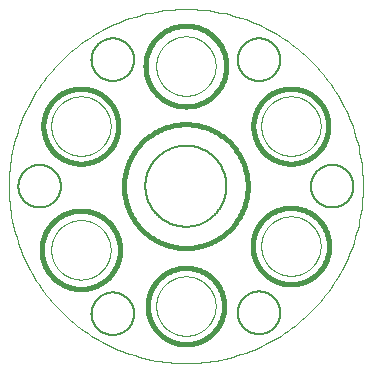
<source format=gto>
G75*
%MOIN*%
%OFA0B0*%
%FSLAX25Y25*%
%IPPOS*%
%LPD*%
%AMOC8*
5,1,8,0,0,1.08239X$1,22.5*
%
%ADD10C,0.01600*%
%ADD11C,0.00010*%
%ADD12C,0.00016*%
%ADD13C,0.00800*%
D10*
X0011958Y0040550D02*
X0011962Y0040870D01*
X0011974Y0041190D01*
X0011993Y0041510D01*
X0012021Y0041829D01*
X0012056Y0042147D01*
X0012099Y0042465D01*
X0012150Y0042781D01*
X0012209Y0043096D01*
X0012275Y0043409D01*
X0012349Y0043721D01*
X0012431Y0044031D01*
X0012520Y0044338D01*
X0012617Y0044644D01*
X0012721Y0044946D01*
X0012832Y0045247D01*
X0012951Y0045544D01*
X0013078Y0045838D01*
X0013211Y0046130D01*
X0013351Y0046417D01*
X0013499Y0046702D01*
X0013653Y0046982D01*
X0013815Y0047259D01*
X0013983Y0047532D01*
X0014157Y0047800D01*
X0014339Y0048064D01*
X0014526Y0048324D01*
X0014720Y0048579D01*
X0014920Y0048829D01*
X0015126Y0049074D01*
X0015339Y0049314D01*
X0015557Y0049549D01*
X0015780Y0049778D01*
X0016009Y0050001D01*
X0016244Y0050219D01*
X0016484Y0050432D01*
X0016729Y0050638D01*
X0016979Y0050838D01*
X0017234Y0051032D01*
X0017494Y0051219D01*
X0017758Y0051401D01*
X0018026Y0051575D01*
X0018299Y0051743D01*
X0018576Y0051905D01*
X0018856Y0052059D01*
X0019141Y0052207D01*
X0019428Y0052347D01*
X0019720Y0052480D01*
X0020014Y0052607D01*
X0020311Y0052726D01*
X0020612Y0052837D01*
X0020914Y0052941D01*
X0021220Y0053038D01*
X0021527Y0053127D01*
X0021837Y0053209D01*
X0022149Y0053283D01*
X0022462Y0053349D01*
X0022777Y0053408D01*
X0023093Y0053459D01*
X0023411Y0053502D01*
X0023729Y0053537D01*
X0024048Y0053565D01*
X0024368Y0053584D01*
X0024688Y0053596D01*
X0025008Y0053600D01*
X0025328Y0053596D01*
X0025648Y0053584D01*
X0025968Y0053565D01*
X0026287Y0053537D01*
X0026605Y0053502D01*
X0026923Y0053459D01*
X0027239Y0053408D01*
X0027554Y0053349D01*
X0027867Y0053283D01*
X0028179Y0053209D01*
X0028489Y0053127D01*
X0028796Y0053038D01*
X0029102Y0052941D01*
X0029404Y0052837D01*
X0029705Y0052726D01*
X0030002Y0052607D01*
X0030296Y0052480D01*
X0030588Y0052347D01*
X0030875Y0052207D01*
X0031160Y0052059D01*
X0031440Y0051905D01*
X0031717Y0051743D01*
X0031990Y0051575D01*
X0032258Y0051401D01*
X0032522Y0051219D01*
X0032782Y0051032D01*
X0033037Y0050838D01*
X0033287Y0050638D01*
X0033532Y0050432D01*
X0033772Y0050219D01*
X0034007Y0050001D01*
X0034236Y0049778D01*
X0034459Y0049549D01*
X0034677Y0049314D01*
X0034890Y0049074D01*
X0035096Y0048829D01*
X0035296Y0048579D01*
X0035490Y0048324D01*
X0035677Y0048064D01*
X0035859Y0047800D01*
X0036033Y0047532D01*
X0036201Y0047259D01*
X0036363Y0046982D01*
X0036517Y0046702D01*
X0036665Y0046417D01*
X0036805Y0046130D01*
X0036938Y0045838D01*
X0037065Y0045544D01*
X0037184Y0045247D01*
X0037295Y0044946D01*
X0037399Y0044644D01*
X0037496Y0044338D01*
X0037585Y0044031D01*
X0037667Y0043721D01*
X0037741Y0043409D01*
X0037807Y0043096D01*
X0037866Y0042781D01*
X0037917Y0042465D01*
X0037960Y0042147D01*
X0037995Y0041829D01*
X0038023Y0041510D01*
X0038042Y0041190D01*
X0038054Y0040870D01*
X0038058Y0040550D01*
X0038054Y0040230D01*
X0038042Y0039910D01*
X0038023Y0039590D01*
X0037995Y0039271D01*
X0037960Y0038953D01*
X0037917Y0038635D01*
X0037866Y0038319D01*
X0037807Y0038004D01*
X0037741Y0037691D01*
X0037667Y0037379D01*
X0037585Y0037069D01*
X0037496Y0036762D01*
X0037399Y0036456D01*
X0037295Y0036154D01*
X0037184Y0035853D01*
X0037065Y0035556D01*
X0036938Y0035262D01*
X0036805Y0034970D01*
X0036665Y0034683D01*
X0036517Y0034398D01*
X0036363Y0034118D01*
X0036201Y0033841D01*
X0036033Y0033568D01*
X0035859Y0033300D01*
X0035677Y0033036D01*
X0035490Y0032776D01*
X0035296Y0032521D01*
X0035096Y0032271D01*
X0034890Y0032026D01*
X0034677Y0031786D01*
X0034459Y0031551D01*
X0034236Y0031322D01*
X0034007Y0031099D01*
X0033772Y0030881D01*
X0033532Y0030668D01*
X0033287Y0030462D01*
X0033037Y0030262D01*
X0032782Y0030068D01*
X0032522Y0029881D01*
X0032258Y0029699D01*
X0031990Y0029525D01*
X0031717Y0029357D01*
X0031440Y0029195D01*
X0031160Y0029041D01*
X0030875Y0028893D01*
X0030588Y0028753D01*
X0030296Y0028620D01*
X0030002Y0028493D01*
X0029705Y0028374D01*
X0029404Y0028263D01*
X0029102Y0028159D01*
X0028796Y0028062D01*
X0028489Y0027973D01*
X0028179Y0027891D01*
X0027867Y0027817D01*
X0027554Y0027751D01*
X0027239Y0027692D01*
X0026923Y0027641D01*
X0026605Y0027598D01*
X0026287Y0027563D01*
X0025968Y0027535D01*
X0025648Y0027516D01*
X0025328Y0027504D01*
X0025008Y0027500D01*
X0024688Y0027504D01*
X0024368Y0027516D01*
X0024048Y0027535D01*
X0023729Y0027563D01*
X0023411Y0027598D01*
X0023093Y0027641D01*
X0022777Y0027692D01*
X0022462Y0027751D01*
X0022149Y0027817D01*
X0021837Y0027891D01*
X0021527Y0027973D01*
X0021220Y0028062D01*
X0020914Y0028159D01*
X0020612Y0028263D01*
X0020311Y0028374D01*
X0020014Y0028493D01*
X0019720Y0028620D01*
X0019428Y0028753D01*
X0019141Y0028893D01*
X0018856Y0029041D01*
X0018576Y0029195D01*
X0018299Y0029357D01*
X0018026Y0029525D01*
X0017758Y0029699D01*
X0017494Y0029881D01*
X0017234Y0030068D01*
X0016979Y0030262D01*
X0016729Y0030462D01*
X0016484Y0030668D01*
X0016244Y0030881D01*
X0016009Y0031099D01*
X0015780Y0031322D01*
X0015557Y0031551D01*
X0015339Y0031786D01*
X0015126Y0032026D01*
X0014920Y0032271D01*
X0014720Y0032521D01*
X0014526Y0032776D01*
X0014339Y0033036D01*
X0014157Y0033300D01*
X0013983Y0033568D01*
X0013815Y0033841D01*
X0013653Y0034118D01*
X0013499Y0034398D01*
X0013351Y0034683D01*
X0013211Y0034970D01*
X0013078Y0035262D01*
X0012951Y0035556D01*
X0012832Y0035853D01*
X0012721Y0036154D01*
X0012617Y0036456D01*
X0012520Y0036762D01*
X0012431Y0037069D01*
X0012349Y0037379D01*
X0012275Y0037691D01*
X0012209Y0038004D01*
X0012150Y0038319D01*
X0012099Y0038635D01*
X0012056Y0038953D01*
X0012021Y0039271D01*
X0011993Y0039590D01*
X0011974Y0039910D01*
X0011962Y0040230D01*
X0011958Y0040550D01*
X0012508Y0081800D02*
X0012512Y0082107D01*
X0012523Y0082413D01*
X0012542Y0082720D01*
X0012568Y0083025D01*
X0012602Y0083330D01*
X0012643Y0083634D01*
X0012692Y0083937D01*
X0012748Y0084239D01*
X0012812Y0084539D01*
X0012883Y0084837D01*
X0012961Y0085134D01*
X0013046Y0085429D01*
X0013139Y0085721D01*
X0013239Y0086011D01*
X0013346Y0086299D01*
X0013460Y0086584D01*
X0013580Y0086866D01*
X0013708Y0087144D01*
X0013843Y0087420D01*
X0013984Y0087692D01*
X0014132Y0087961D01*
X0014286Y0088226D01*
X0014447Y0088487D01*
X0014615Y0088745D01*
X0014788Y0088998D01*
X0014968Y0089246D01*
X0015154Y0089490D01*
X0015345Y0089730D01*
X0015543Y0089965D01*
X0015746Y0090194D01*
X0015955Y0090419D01*
X0016169Y0090639D01*
X0016389Y0090853D01*
X0016614Y0091062D01*
X0016843Y0091265D01*
X0017078Y0091463D01*
X0017318Y0091654D01*
X0017562Y0091840D01*
X0017810Y0092020D01*
X0018063Y0092193D01*
X0018321Y0092361D01*
X0018582Y0092522D01*
X0018847Y0092676D01*
X0019116Y0092824D01*
X0019388Y0092965D01*
X0019664Y0093100D01*
X0019942Y0093228D01*
X0020224Y0093348D01*
X0020509Y0093462D01*
X0020797Y0093569D01*
X0021087Y0093669D01*
X0021379Y0093762D01*
X0021674Y0093847D01*
X0021971Y0093925D01*
X0022269Y0093996D01*
X0022569Y0094060D01*
X0022871Y0094116D01*
X0023174Y0094165D01*
X0023478Y0094206D01*
X0023783Y0094240D01*
X0024088Y0094266D01*
X0024395Y0094285D01*
X0024701Y0094296D01*
X0025008Y0094300D01*
X0025315Y0094296D01*
X0025621Y0094285D01*
X0025928Y0094266D01*
X0026233Y0094240D01*
X0026538Y0094206D01*
X0026842Y0094165D01*
X0027145Y0094116D01*
X0027447Y0094060D01*
X0027747Y0093996D01*
X0028045Y0093925D01*
X0028342Y0093847D01*
X0028637Y0093762D01*
X0028929Y0093669D01*
X0029219Y0093569D01*
X0029507Y0093462D01*
X0029792Y0093348D01*
X0030074Y0093228D01*
X0030352Y0093100D01*
X0030628Y0092965D01*
X0030900Y0092824D01*
X0031169Y0092676D01*
X0031434Y0092522D01*
X0031695Y0092361D01*
X0031953Y0092193D01*
X0032206Y0092020D01*
X0032454Y0091840D01*
X0032698Y0091654D01*
X0032938Y0091463D01*
X0033173Y0091265D01*
X0033402Y0091062D01*
X0033627Y0090853D01*
X0033847Y0090639D01*
X0034061Y0090419D01*
X0034270Y0090194D01*
X0034473Y0089965D01*
X0034671Y0089730D01*
X0034862Y0089490D01*
X0035048Y0089246D01*
X0035228Y0088998D01*
X0035401Y0088745D01*
X0035569Y0088487D01*
X0035730Y0088226D01*
X0035884Y0087961D01*
X0036032Y0087692D01*
X0036173Y0087420D01*
X0036308Y0087144D01*
X0036436Y0086866D01*
X0036556Y0086584D01*
X0036670Y0086299D01*
X0036777Y0086011D01*
X0036877Y0085721D01*
X0036970Y0085429D01*
X0037055Y0085134D01*
X0037133Y0084837D01*
X0037204Y0084539D01*
X0037268Y0084239D01*
X0037324Y0083937D01*
X0037373Y0083634D01*
X0037414Y0083330D01*
X0037448Y0083025D01*
X0037474Y0082720D01*
X0037493Y0082413D01*
X0037504Y0082107D01*
X0037508Y0081800D01*
X0037504Y0081493D01*
X0037493Y0081187D01*
X0037474Y0080880D01*
X0037448Y0080575D01*
X0037414Y0080270D01*
X0037373Y0079966D01*
X0037324Y0079663D01*
X0037268Y0079361D01*
X0037204Y0079061D01*
X0037133Y0078763D01*
X0037055Y0078466D01*
X0036970Y0078171D01*
X0036877Y0077879D01*
X0036777Y0077589D01*
X0036670Y0077301D01*
X0036556Y0077016D01*
X0036436Y0076734D01*
X0036308Y0076456D01*
X0036173Y0076180D01*
X0036032Y0075908D01*
X0035884Y0075639D01*
X0035730Y0075374D01*
X0035569Y0075113D01*
X0035401Y0074855D01*
X0035228Y0074602D01*
X0035048Y0074354D01*
X0034862Y0074110D01*
X0034671Y0073870D01*
X0034473Y0073635D01*
X0034270Y0073406D01*
X0034061Y0073181D01*
X0033847Y0072961D01*
X0033627Y0072747D01*
X0033402Y0072538D01*
X0033173Y0072335D01*
X0032938Y0072137D01*
X0032698Y0071946D01*
X0032454Y0071760D01*
X0032206Y0071580D01*
X0031953Y0071407D01*
X0031695Y0071239D01*
X0031434Y0071078D01*
X0031169Y0070924D01*
X0030900Y0070776D01*
X0030628Y0070635D01*
X0030352Y0070500D01*
X0030074Y0070372D01*
X0029792Y0070252D01*
X0029507Y0070138D01*
X0029219Y0070031D01*
X0028929Y0069931D01*
X0028637Y0069838D01*
X0028342Y0069753D01*
X0028045Y0069675D01*
X0027747Y0069604D01*
X0027447Y0069540D01*
X0027145Y0069484D01*
X0026842Y0069435D01*
X0026538Y0069394D01*
X0026233Y0069360D01*
X0025928Y0069334D01*
X0025621Y0069315D01*
X0025315Y0069304D01*
X0025008Y0069300D01*
X0024701Y0069304D01*
X0024395Y0069315D01*
X0024088Y0069334D01*
X0023783Y0069360D01*
X0023478Y0069394D01*
X0023174Y0069435D01*
X0022871Y0069484D01*
X0022569Y0069540D01*
X0022269Y0069604D01*
X0021971Y0069675D01*
X0021674Y0069753D01*
X0021379Y0069838D01*
X0021087Y0069931D01*
X0020797Y0070031D01*
X0020509Y0070138D01*
X0020224Y0070252D01*
X0019942Y0070372D01*
X0019664Y0070500D01*
X0019388Y0070635D01*
X0019116Y0070776D01*
X0018847Y0070924D01*
X0018582Y0071078D01*
X0018321Y0071239D01*
X0018063Y0071407D01*
X0017810Y0071580D01*
X0017562Y0071760D01*
X0017318Y0071946D01*
X0017078Y0072137D01*
X0016843Y0072335D01*
X0016614Y0072538D01*
X0016389Y0072747D01*
X0016169Y0072961D01*
X0015955Y0073181D01*
X0015746Y0073406D01*
X0015543Y0073635D01*
X0015345Y0073870D01*
X0015154Y0074110D01*
X0014968Y0074354D01*
X0014788Y0074602D01*
X0014615Y0074855D01*
X0014447Y0075113D01*
X0014286Y0075374D01*
X0014132Y0075639D01*
X0013984Y0075908D01*
X0013843Y0076180D01*
X0013708Y0076456D01*
X0013580Y0076734D01*
X0013460Y0077016D01*
X0013346Y0077301D01*
X0013239Y0077589D01*
X0013139Y0077879D01*
X0013046Y0078171D01*
X0012961Y0078466D01*
X0012883Y0078763D01*
X0012812Y0079061D01*
X0012748Y0079361D01*
X0012692Y0079663D01*
X0012643Y0079966D01*
X0012602Y0080270D01*
X0012568Y0080575D01*
X0012542Y0080880D01*
X0012523Y0081187D01*
X0012512Y0081493D01*
X0012508Y0081800D01*
X0039392Y0061800D02*
X0039398Y0062306D01*
X0039417Y0062812D01*
X0039448Y0063317D01*
X0039491Y0063821D01*
X0039547Y0064324D01*
X0039615Y0064825D01*
X0039696Y0065325D01*
X0039788Y0065822D01*
X0039893Y0066317D01*
X0040010Y0066809D01*
X0040139Y0067299D01*
X0040280Y0067785D01*
X0040433Y0068267D01*
X0040597Y0068745D01*
X0040773Y0069220D01*
X0040961Y0069689D01*
X0041161Y0070154D01*
X0041371Y0070614D01*
X0041593Y0071069D01*
X0041826Y0071518D01*
X0042070Y0071962D01*
X0042325Y0072399D01*
X0042590Y0072830D01*
X0042866Y0073254D01*
X0043153Y0073671D01*
X0043449Y0074081D01*
X0043755Y0074484D01*
X0044072Y0074879D01*
X0044397Y0075266D01*
X0044733Y0075645D01*
X0045077Y0076016D01*
X0045430Y0076378D01*
X0045792Y0076731D01*
X0046163Y0077075D01*
X0046542Y0077411D01*
X0046929Y0077736D01*
X0047324Y0078053D01*
X0047727Y0078359D01*
X0048137Y0078655D01*
X0048554Y0078942D01*
X0048978Y0079218D01*
X0049409Y0079483D01*
X0049846Y0079738D01*
X0050290Y0079982D01*
X0050739Y0080215D01*
X0051194Y0080437D01*
X0051654Y0080647D01*
X0052119Y0080847D01*
X0052588Y0081035D01*
X0053063Y0081211D01*
X0053541Y0081375D01*
X0054023Y0081528D01*
X0054509Y0081669D01*
X0054999Y0081798D01*
X0055491Y0081915D01*
X0055986Y0082020D01*
X0056483Y0082112D01*
X0056983Y0082193D01*
X0057484Y0082261D01*
X0057987Y0082317D01*
X0058491Y0082360D01*
X0058996Y0082391D01*
X0059502Y0082410D01*
X0060008Y0082416D01*
X0060514Y0082410D01*
X0061020Y0082391D01*
X0061525Y0082360D01*
X0062029Y0082317D01*
X0062532Y0082261D01*
X0063033Y0082193D01*
X0063533Y0082112D01*
X0064030Y0082020D01*
X0064525Y0081915D01*
X0065017Y0081798D01*
X0065507Y0081669D01*
X0065993Y0081528D01*
X0066475Y0081375D01*
X0066953Y0081211D01*
X0067428Y0081035D01*
X0067897Y0080847D01*
X0068362Y0080647D01*
X0068822Y0080437D01*
X0069277Y0080215D01*
X0069726Y0079982D01*
X0070170Y0079738D01*
X0070607Y0079483D01*
X0071038Y0079218D01*
X0071462Y0078942D01*
X0071879Y0078655D01*
X0072289Y0078359D01*
X0072692Y0078053D01*
X0073087Y0077736D01*
X0073474Y0077411D01*
X0073853Y0077075D01*
X0074224Y0076731D01*
X0074586Y0076378D01*
X0074939Y0076016D01*
X0075283Y0075645D01*
X0075619Y0075266D01*
X0075944Y0074879D01*
X0076261Y0074484D01*
X0076567Y0074081D01*
X0076863Y0073671D01*
X0077150Y0073254D01*
X0077426Y0072830D01*
X0077691Y0072399D01*
X0077946Y0071962D01*
X0078190Y0071518D01*
X0078423Y0071069D01*
X0078645Y0070614D01*
X0078855Y0070154D01*
X0079055Y0069689D01*
X0079243Y0069220D01*
X0079419Y0068745D01*
X0079583Y0068267D01*
X0079736Y0067785D01*
X0079877Y0067299D01*
X0080006Y0066809D01*
X0080123Y0066317D01*
X0080228Y0065822D01*
X0080320Y0065325D01*
X0080401Y0064825D01*
X0080469Y0064324D01*
X0080525Y0063821D01*
X0080568Y0063317D01*
X0080599Y0062812D01*
X0080618Y0062306D01*
X0080624Y0061800D01*
X0080618Y0061294D01*
X0080599Y0060788D01*
X0080568Y0060283D01*
X0080525Y0059779D01*
X0080469Y0059276D01*
X0080401Y0058775D01*
X0080320Y0058275D01*
X0080228Y0057778D01*
X0080123Y0057283D01*
X0080006Y0056791D01*
X0079877Y0056301D01*
X0079736Y0055815D01*
X0079583Y0055333D01*
X0079419Y0054855D01*
X0079243Y0054380D01*
X0079055Y0053911D01*
X0078855Y0053446D01*
X0078645Y0052986D01*
X0078423Y0052531D01*
X0078190Y0052082D01*
X0077946Y0051638D01*
X0077691Y0051201D01*
X0077426Y0050770D01*
X0077150Y0050346D01*
X0076863Y0049929D01*
X0076567Y0049519D01*
X0076261Y0049116D01*
X0075944Y0048721D01*
X0075619Y0048334D01*
X0075283Y0047955D01*
X0074939Y0047584D01*
X0074586Y0047222D01*
X0074224Y0046869D01*
X0073853Y0046525D01*
X0073474Y0046189D01*
X0073087Y0045864D01*
X0072692Y0045547D01*
X0072289Y0045241D01*
X0071879Y0044945D01*
X0071462Y0044658D01*
X0071038Y0044382D01*
X0070607Y0044117D01*
X0070170Y0043862D01*
X0069726Y0043618D01*
X0069277Y0043385D01*
X0068822Y0043163D01*
X0068362Y0042953D01*
X0067897Y0042753D01*
X0067428Y0042565D01*
X0066953Y0042389D01*
X0066475Y0042225D01*
X0065993Y0042072D01*
X0065507Y0041931D01*
X0065017Y0041802D01*
X0064525Y0041685D01*
X0064030Y0041580D01*
X0063533Y0041488D01*
X0063033Y0041407D01*
X0062532Y0041339D01*
X0062029Y0041283D01*
X0061525Y0041240D01*
X0061020Y0041209D01*
X0060514Y0041190D01*
X0060008Y0041184D01*
X0059502Y0041190D01*
X0058996Y0041209D01*
X0058491Y0041240D01*
X0057987Y0041283D01*
X0057484Y0041339D01*
X0056983Y0041407D01*
X0056483Y0041488D01*
X0055986Y0041580D01*
X0055491Y0041685D01*
X0054999Y0041802D01*
X0054509Y0041931D01*
X0054023Y0042072D01*
X0053541Y0042225D01*
X0053063Y0042389D01*
X0052588Y0042565D01*
X0052119Y0042753D01*
X0051654Y0042953D01*
X0051194Y0043163D01*
X0050739Y0043385D01*
X0050290Y0043618D01*
X0049846Y0043862D01*
X0049409Y0044117D01*
X0048978Y0044382D01*
X0048554Y0044658D01*
X0048137Y0044945D01*
X0047727Y0045241D01*
X0047324Y0045547D01*
X0046929Y0045864D01*
X0046542Y0046189D01*
X0046163Y0046525D01*
X0045792Y0046869D01*
X0045430Y0047222D01*
X0045077Y0047584D01*
X0044733Y0047955D01*
X0044397Y0048334D01*
X0044072Y0048721D01*
X0043755Y0049116D01*
X0043449Y0049519D01*
X0043153Y0049929D01*
X0042866Y0050346D01*
X0042590Y0050770D01*
X0042325Y0051201D01*
X0042070Y0051638D01*
X0041826Y0052082D01*
X0041593Y0052531D01*
X0041371Y0052986D01*
X0041161Y0053446D01*
X0040961Y0053911D01*
X0040773Y0054380D01*
X0040597Y0054855D01*
X0040433Y0055333D01*
X0040280Y0055815D01*
X0040139Y0056301D01*
X0040010Y0056791D01*
X0039893Y0057283D01*
X0039788Y0057778D01*
X0039696Y0058275D01*
X0039615Y0058775D01*
X0039547Y0059276D01*
X0039491Y0059779D01*
X0039448Y0060283D01*
X0039417Y0060788D01*
X0039398Y0061294D01*
X0039392Y0061800D01*
X0046545Y0101800D02*
X0046549Y0102130D01*
X0046561Y0102461D01*
X0046581Y0102790D01*
X0046610Y0103120D01*
X0046646Y0103448D01*
X0046691Y0103775D01*
X0046743Y0104102D01*
X0046804Y0104427D01*
X0046872Y0104750D01*
X0046948Y0105071D01*
X0047033Y0105391D01*
X0047125Y0105708D01*
X0047225Y0106023D01*
X0047332Y0106336D01*
X0047447Y0106645D01*
X0047570Y0106952D01*
X0047700Y0107256D01*
X0047838Y0107556D01*
X0047983Y0107853D01*
X0048135Y0108146D01*
X0048294Y0108436D01*
X0048460Y0108721D01*
X0048634Y0109003D01*
X0048814Y0109280D01*
X0049001Y0109552D01*
X0049194Y0109820D01*
X0049394Y0110083D01*
X0049601Y0110341D01*
X0049814Y0110594D01*
X0050033Y0110841D01*
X0050257Y0111083D01*
X0050488Y0111320D01*
X0050725Y0111551D01*
X0050967Y0111775D01*
X0051214Y0111994D01*
X0051467Y0112207D01*
X0051725Y0112414D01*
X0051988Y0112614D01*
X0052256Y0112807D01*
X0052528Y0112994D01*
X0052805Y0113174D01*
X0053087Y0113348D01*
X0053372Y0113514D01*
X0053662Y0113673D01*
X0053955Y0113825D01*
X0054252Y0113970D01*
X0054552Y0114108D01*
X0054856Y0114238D01*
X0055163Y0114361D01*
X0055472Y0114476D01*
X0055785Y0114583D01*
X0056100Y0114683D01*
X0056417Y0114775D01*
X0056737Y0114860D01*
X0057058Y0114936D01*
X0057381Y0115004D01*
X0057706Y0115065D01*
X0058033Y0115117D01*
X0058360Y0115162D01*
X0058688Y0115198D01*
X0059018Y0115227D01*
X0059347Y0115247D01*
X0059678Y0115259D01*
X0060008Y0115263D01*
X0060338Y0115259D01*
X0060669Y0115247D01*
X0060998Y0115227D01*
X0061328Y0115198D01*
X0061656Y0115162D01*
X0061983Y0115117D01*
X0062310Y0115065D01*
X0062635Y0115004D01*
X0062958Y0114936D01*
X0063279Y0114860D01*
X0063599Y0114775D01*
X0063916Y0114683D01*
X0064231Y0114583D01*
X0064544Y0114476D01*
X0064853Y0114361D01*
X0065160Y0114238D01*
X0065464Y0114108D01*
X0065764Y0113970D01*
X0066061Y0113825D01*
X0066354Y0113673D01*
X0066644Y0113514D01*
X0066929Y0113348D01*
X0067211Y0113174D01*
X0067488Y0112994D01*
X0067760Y0112807D01*
X0068028Y0112614D01*
X0068291Y0112414D01*
X0068549Y0112207D01*
X0068802Y0111994D01*
X0069049Y0111775D01*
X0069291Y0111551D01*
X0069528Y0111320D01*
X0069759Y0111083D01*
X0069983Y0110841D01*
X0070202Y0110594D01*
X0070415Y0110341D01*
X0070622Y0110083D01*
X0070822Y0109820D01*
X0071015Y0109552D01*
X0071202Y0109280D01*
X0071382Y0109003D01*
X0071556Y0108721D01*
X0071722Y0108436D01*
X0071881Y0108146D01*
X0072033Y0107853D01*
X0072178Y0107556D01*
X0072316Y0107256D01*
X0072446Y0106952D01*
X0072569Y0106645D01*
X0072684Y0106336D01*
X0072791Y0106023D01*
X0072891Y0105708D01*
X0072983Y0105391D01*
X0073068Y0105071D01*
X0073144Y0104750D01*
X0073212Y0104427D01*
X0073273Y0104102D01*
X0073325Y0103775D01*
X0073370Y0103448D01*
X0073406Y0103120D01*
X0073435Y0102790D01*
X0073455Y0102461D01*
X0073467Y0102130D01*
X0073471Y0101800D01*
X0073467Y0101470D01*
X0073455Y0101139D01*
X0073435Y0100810D01*
X0073406Y0100480D01*
X0073370Y0100152D01*
X0073325Y0099825D01*
X0073273Y0099498D01*
X0073212Y0099173D01*
X0073144Y0098850D01*
X0073068Y0098529D01*
X0072983Y0098209D01*
X0072891Y0097892D01*
X0072791Y0097577D01*
X0072684Y0097264D01*
X0072569Y0096955D01*
X0072446Y0096648D01*
X0072316Y0096344D01*
X0072178Y0096044D01*
X0072033Y0095747D01*
X0071881Y0095454D01*
X0071722Y0095164D01*
X0071556Y0094879D01*
X0071382Y0094597D01*
X0071202Y0094320D01*
X0071015Y0094048D01*
X0070822Y0093780D01*
X0070622Y0093517D01*
X0070415Y0093259D01*
X0070202Y0093006D01*
X0069983Y0092759D01*
X0069759Y0092517D01*
X0069528Y0092280D01*
X0069291Y0092049D01*
X0069049Y0091825D01*
X0068802Y0091606D01*
X0068549Y0091393D01*
X0068291Y0091186D01*
X0068028Y0090986D01*
X0067760Y0090793D01*
X0067488Y0090606D01*
X0067211Y0090426D01*
X0066929Y0090252D01*
X0066644Y0090086D01*
X0066354Y0089927D01*
X0066061Y0089775D01*
X0065764Y0089630D01*
X0065464Y0089492D01*
X0065160Y0089362D01*
X0064853Y0089239D01*
X0064544Y0089124D01*
X0064231Y0089017D01*
X0063916Y0088917D01*
X0063599Y0088825D01*
X0063279Y0088740D01*
X0062958Y0088664D01*
X0062635Y0088596D01*
X0062310Y0088535D01*
X0061983Y0088483D01*
X0061656Y0088438D01*
X0061328Y0088402D01*
X0060998Y0088373D01*
X0060669Y0088353D01*
X0060338Y0088341D01*
X0060008Y0088337D01*
X0059678Y0088341D01*
X0059347Y0088353D01*
X0059018Y0088373D01*
X0058688Y0088402D01*
X0058360Y0088438D01*
X0058033Y0088483D01*
X0057706Y0088535D01*
X0057381Y0088596D01*
X0057058Y0088664D01*
X0056737Y0088740D01*
X0056417Y0088825D01*
X0056100Y0088917D01*
X0055785Y0089017D01*
X0055472Y0089124D01*
X0055163Y0089239D01*
X0054856Y0089362D01*
X0054552Y0089492D01*
X0054252Y0089630D01*
X0053955Y0089775D01*
X0053662Y0089927D01*
X0053372Y0090086D01*
X0053087Y0090252D01*
X0052805Y0090426D01*
X0052528Y0090606D01*
X0052256Y0090793D01*
X0051988Y0090986D01*
X0051725Y0091186D01*
X0051467Y0091393D01*
X0051214Y0091606D01*
X0050967Y0091825D01*
X0050725Y0092049D01*
X0050488Y0092280D01*
X0050257Y0092517D01*
X0050033Y0092759D01*
X0049814Y0093006D01*
X0049601Y0093259D01*
X0049394Y0093517D01*
X0049194Y0093780D01*
X0049001Y0094048D01*
X0048814Y0094320D01*
X0048634Y0094597D01*
X0048460Y0094879D01*
X0048294Y0095164D01*
X0048135Y0095454D01*
X0047983Y0095747D01*
X0047838Y0096044D01*
X0047700Y0096344D01*
X0047570Y0096648D01*
X0047447Y0096955D01*
X0047332Y0097264D01*
X0047225Y0097577D01*
X0047125Y0097892D01*
X0047033Y0098209D01*
X0046948Y0098529D01*
X0046872Y0098850D01*
X0046804Y0099173D01*
X0046743Y0099498D01*
X0046691Y0099825D01*
X0046646Y0100152D01*
X0046610Y0100480D01*
X0046581Y0100810D01*
X0046561Y0101139D01*
X0046549Y0101470D01*
X0046545Y0101800D01*
X0082508Y0081800D02*
X0082512Y0082107D01*
X0082523Y0082413D01*
X0082542Y0082720D01*
X0082568Y0083025D01*
X0082602Y0083330D01*
X0082643Y0083634D01*
X0082692Y0083937D01*
X0082748Y0084239D01*
X0082812Y0084539D01*
X0082883Y0084837D01*
X0082961Y0085134D01*
X0083046Y0085429D01*
X0083139Y0085721D01*
X0083239Y0086011D01*
X0083346Y0086299D01*
X0083460Y0086584D01*
X0083580Y0086866D01*
X0083708Y0087144D01*
X0083843Y0087420D01*
X0083984Y0087692D01*
X0084132Y0087961D01*
X0084286Y0088226D01*
X0084447Y0088487D01*
X0084615Y0088745D01*
X0084788Y0088998D01*
X0084968Y0089246D01*
X0085154Y0089490D01*
X0085345Y0089730D01*
X0085543Y0089965D01*
X0085746Y0090194D01*
X0085955Y0090419D01*
X0086169Y0090639D01*
X0086389Y0090853D01*
X0086614Y0091062D01*
X0086843Y0091265D01*
X0087078Y0091463D01*
X0087318Y0091654D01*
X0087562Y0091840D01*
X0087810Y0092020D01*
X0088063Y0092193D01*
X0088321Y0092361D01*
X0088582Y0092522D01*
X0088847Y0092676D01*
X0089116Y0092824D01*
X0089388Y0092965D01*
X0089664Y0093100D01*
X0089942Y0093228D01*
X0090224Y0093348D01*
X0090509Y0093462D01*
X0090797Y0093569D01*
X0091087Y0093669D01*
X0091379Y0093762D01*
X0091674Y0093847D01*
X0091971Y0093925D01*
X0092269Y0093996D01*
X0092569Y0094060D01*
X0092871Y0094116D01*
X0093174Y0094165D01*
X0093478Y0094206D01*
X0093783Y0094240D01*
X0094088Y0094266D01*
X0094395Y0094285D01*
X0094701Y0094296D01*
X0095008Y0094300D01*
X0095315Y0094296D01*
X0095621Y0094285D01*
X0095928Y0094266D01*
X0096233Y0094240D01*
X0096538Y0094206D01*
X0096842Y0094165D01*
X0097145Y0094116D01*
X0097447Y0094060D01*
X0097747Y0093996D01*
X0098045Y0093925D01*
X0098342Y0093847D01*
X0098637Y0093762D01*
X0098929Y0093669D01*
X0099219Y0093569D01*
X0099507Y0093462D01*
X0099792Y0093348D01*
X0100074Y0093228D01*
X0100352Y0093100D01*
X0100628Y0092965D01*
X0100900Y0092824D01*
X0101169Y0092676D01*
X0101434Y0092522D01*
X0101695Y0092361D01*
X0101953Y0092193D01*
X0102206Y0092020D01*
X0102454Y0091840D01*
X0102698Y0091654D01*
X0102938Y0091463D01*
X0103173Y0091265D01*
X0103402Y0091062D01*
X0103627Y0090853D01*
X0103847Y0090639D01*
X0104061Y0090419D01*
X0104270Y0090194D01*
X0104473Y0089965D01*
X0104671Y0089730D01*
X0104862Y0089490D01*
X0105048Y0089246D01*
X0105228Y0088998D01*
X0105401Y0088745D01*
X0105569Y0088487D01*
X0105730Y0088226D01*
X0105884Y0087961D01*
X0106032Y0087692D01*
X0106173Y0087420D01*
X0106308Y0087144D01*
X0106436Y0086866D01*
X0106556Y0086584D01*
X0106670Y0086299D01*
X0106777Y0086011D01*
X0106877Y0085721D01*
X0106970Y0085429D01*
X0107055Y0085134D01*
X0107133Y0084837D01*
X0107204Y0084539D01*
X0107268Y0084239D01*
X0107324Y0083937D01*
X0107373Y0083634D01*
X0107414Y0083330D01*
X0107448Y0083025D01*
X0107474Y0082720D01*
X0107493Y0082413D01*
X0107504Y0082107D01*
X0107508Y0081800D01*
X0107504Y0081493D01*
X0107493Y0081187D01*
X0107474Y0080880D01*
X0107448Y0080575D01*
X0107414Y0080270D01*
X0107373Y0079966D01*
X0107324Y0079663D01*
X0107268Y0079361D01*
X0107204Y0079061D01*
X0107133Y0078763D01*
X0107055Y0078466D01*
X0106970Y0078171D01*
X0106877Y0077879D01*
X0106777Y0077589D01*
X0106670Y0077301D01*
X0106556Y0077016D01*
X0106436Y0076734D01*
X0106308Y0076456D01*
X0106173Y0076180D01*
X0106032Y0075908D01*
X0105884Y0075639D01*
X0105730Y0075374D01*
X0105569Y0075113D01*
X0105401Y0074855D01*
X0105228Y0074602D01*
X0105048Y0074354D01*
X0104862Y0074110D01*
X0104671Y0073870D01*
X0104473Y0073635D01*
X0104270Y0073406D01*
X0104061Y0073181D01*
X0103847Y0072961D01*
X0103627Y0072747D01*
X0103402Y0072538D01*
X0103173Y0072335D01*
X0102938Y0072137D01*
X0102698Y0071946D01*
X0102454Y0071760D01*
X0102206Y0071580D01*
X0101953Y0071407D01*
X0101695Y0071239D01*
X0101434Y0071078D01*
X0101169Y0070924D01*
X0100900Y0070776D01*
X0100628Y0070635D01*
X0100352Y0070500D01*
X0100074Y0070372D01*
X0099792Y0070252D01*
X0099507Y0070138D01*
X0099219Y0070031D01*
X0098929Y0069931D01*
X0098637Y0069838D01*
X0098342Y0069753D01*
X0098045Y0069675D01*
X0097747Y0069604D01*
X0097447Y0069540D01*
X0097145Y0069484D01*
X0096842Y0069435D01*
X0096538Y0069394D01*
X0096233Y0069360D01*
X0095928Y0069334D01*
X0095621Y0069315D01*
X0095315Y0069304D01*
X0095008Y0069300D01*
X0094701Y0069304D01*
X0094395Y0069315D01*
X0094088Y0069334D01*
X0093783Y0069360D01*
X0093478Y0069394D01*
X0093174Y0069435D01*
X0092871Y0069484D01*
X0092569Y0069540D01*
X0092269Y0069604D01*
X0091971Y0069675D01*
X0091674Y0069753D01*
X0091379Y0069838D01*
X0091087Y0069931D01*
X0090797Y0070031D01*
X0090509Y0070138D01*
X0090224Y0070252D01*
X0089942Y0070372D01*
X0089664Y0070500D01*
X0089388Y0070635D01*
X0089116Y0070776D01*
X0088847Y0070924D01*
X0088582Y0071078D01*
X0088321Y0071239D01*
X0088063Y0071407D01*
X0087810Y0071580D01*
X0087562Y0071760D01*
X0087318Y0071946D01*
X0087078Y0072137D01*
X0086843Y0072335D01*
X0086614Y0072538D01*
X0086389Y0072747D01*
X0086169Y0072961D01*
X0085955Y0073181D01*
X0085746Y0073406D01*
X0085543Y0073635D01*
X0085345Y0073870D01*
X0085154Y0074110D01*
X0084968Y0074354D01*
X0084788Y0074602D01*
X0084615Y0074855D01*
X0084447Y0075113D01*
X0084286Y0075374D01*
X0084132Y0075639D01*
X0083984Y0075908D01*
X0083843Y0076180D01*
X0083708Y0076456D01*
X0083580Y0076734D01*
X0083460Y0077016D01*
X0083346Y0077301D01*
X0083239Y0077589D01*
X0083139Y0077879D01*
X0083046Y0078171D01*
X0082961Y0078466D01*
X0082883Y0078763D01*
X0082812Y0079061D01*
X0082748Y0079361D01*
X0082692Y0079663D01*
X0082643Y0079966D01*
X0082602Y0080270D01*
X0082568Y0080575D01*
X0082542Y0080880D01*
X0082523Y0081187D01*
X0082512Y0081493D01*
X0082508Y0081800D01*
X0082260Y0041800D02*
X0082264Y0042113D01*
X0082275Y0042426D01*
X0082295Y0042738D01*
X0082321Y0043050D01*
X0082356Y0043360D01*
X0082398Y0043671D01*
X0082448Y0043979D01*
X0082505Y0044287D01*
X0082570Y0044593D01*
X0082642Y0044898D01*
X0082722Y0045200D01*
X0082809Y0045501D01*
X0082903Y0045799D01*
X0083005Y0046095D01*
X0083114Y0046388D01*
X0083230Y0046678D01*
X0083354Y0046966D01*
X0083484Y0047250D01*
X0083621Y0047532D01*
X0083765Y0047809D01*
X0083916Y0048083D01*
X0084074Y0048354D01*
X0084238Y0048620D01*
X0084408Y0048882D01*
X0084585Y0049140D01*
X0084769Y0049394D01*
X0084958Y0049643D01*
X0085154Y0049887D01*
X0085355Y0050127D01*
X0085562Y0050361D01*
X0085775Y0050590D01*
X0085994Y0050814D01*
X0086218Y0051033D01*
X0086447Y0051246D01*
X0086681Y0051453D01*
X0086921Y0051654D01*
X0087165Y0051850D01*
X0087414Y0052039D01*
X0087668Y0052223D01*
X0087926Y0052400D01*
X0088188Y0052570D01*
X0088454Y0052734D01*
X0088725Y0052892D01*
X0088999Y0053043D01*
X0089276Y0053187D01*
X0089558Y0053324D01*
X0089842Y0053454D01*
X0090130Y0053578D01*
X0090420Y0053694D01*
X0090713Y0053803D01*
X0091009Y0053905D01*
X0091307Y0053999D01*
X0091608Y0054086D01*
X0091910Y0054166D01*
X0092215Y0054238D01*
X0092521Y0054303D01*
X0092829Y0054360D01*
X0093137Y0054410D01*
X0093448Y0054452D01*
X0093758Y0054487D01*
X0094070Y0054513D01*
X0094382Y0054533D01*
X0094695Y0054544D01*
X0095008Y0054548D01*
X0095321Y0054544D01*
X0095634Y0054533D01*
X0095946Y0054513D01*
X0096258Y0054487D01*
X0096568Y0054452D01*
X0096879Y0054410D01*
X0097187Y0054360D01*
X0097495Y0054303D01*
X0097801Y0054238D01*
X0098106Y0054166D01*
X0098408Y0054086D01*
X0098709Y0053999D01*
X0099007Y0053905D01*
X0099303Y0053803D01*
X0099596Y0053694D01*
X0099886Y0053578D01*
X0100174Y0053454D01*
X0100458Y0053324D01*
X0100740Y0053187D01*
X0101017Y0053043D01*
X0101291Y0052892D01*
X0101562Y0052734D01*
X0101828Y0052570D01*
X0102090Y0052400D01*
X0102348Y0052223D01*
X0102602Y0052039D01*
X0102851Y0051850D01*
X0103095Y0051654D01*
X0103335Y0051453D01*
X0103569Y0051246D01*
X0103798Y0051033D01*
X0104022Y0050814D01*
X0104241Y0050590D01*
X0104454Y0050361D01*
X0104661Y0050127D01*
X0104862Y0049887D01*
X0105058Y0049643D01*
X0105247Y0049394D01*
X0105431Y0049140D01*
X0105608Y0048882D01*
X0105778Y0048620D01*
X0105942Y0048354D01*
X0106100Y0048083D01*
X0106251Y0047809D01*
X0106395Y0047532D01*
X0106532Y0047250D01*
X0106662Y0046966D01*
X0106786Y0046678D01*
X0106902Y0046388D01*
X0107011Y0046095D01*
X0107113Y0045799D01*
X0107207Y0045501D01*
X0107294Y0045200D01*
X0107374Y0044898D01*
X0107446Y0044593D01*
X0107511Y0044287D01*
X0107568Y0043979D01*
X0107618Y0043671D01*
X0107660Y0043360D01*
X0107695Y0043050D01*
X0107721Y0042738D01*
X0107741Y0042426D01*
X0107752Y0042113D01*
X0107756Y0041800D01*
X0107752Y0041487D01*
X0107741Y0041174D01*
X0107721Y0040862D01*
X0107695Y0040550D01*
X0107660Y0040240D01*
X0107618Y0039929D01*
X0107568Y0039621D01*
X0107511Y0039313D01*
X0107446Y0039007D01*
X0107374Y0038702D01*
X0107294Y0038400D01*
X0107207Y0038099D01*
X0107113Y0037801D01*
X0107011Y0037505D01*
X0106902Y0037212D01*
X0106786Y0036922D01*
X0106662Y0036634D01*
X0106532Y0036350D01*
X0106395Y0036068D01*
X0106251Y0035791D01*
X0106100Y0035517D01*
X0105942Y0035246D01*
X0105778Y0034980D01*
X0105608Y0034718D01*
X0105431Y0034460D01*
X0105247Y0034206D01*
X0105058Y0033957D01*
X0104862Y0033713D01*
X0104661Y0033473D01*
X0104454Y0033239D01*
X0104241Y0033010D01*
X0104022Y0032786D01*
X0103798Y0032567D01*
X0103569Y0032354D01*
X0103335Y0032147D01*
X0103095Y0031946D01*
X0102851Y0031750D01*
X0102602Y0031561D01*
X0102348Y0031377D01*
X0102090Y0031200D01*
X0101828Y0031030D01*
X0101562Y0030866D01*
X0101291Y0030708D01*
X0101017Y0030557D01*
X0100740Y0030413D01*
X0100458Y0030276D01*
X0100174Y0030146D01*
X0099886Y0030022D01*
X0099596Y0029906D01*
X0099303Y0029797D01*
X0099007Y0029695D01*
X0098709Y0029601D01*
X0098408Y0029514D01*
X0098106Y0029434D01*
X0097801Y0029362D01*
X0097495Y0029297D01*
X0097187Y0029240D01*
X0096879Y0029190D01*
X0096568Y0029148D01*
X0096258Y0029113D01*
X0095946Y0029087D01*
X0095634Y0029067D01*
X0095321Y0029056D01*
X0095008Y0029052D01*
X0094695Y0029056D01*
X0094382Y0029067D01*
X0094070Y0029087D01*
X0093758Y0029113D01*
X0093448Y0029148D01*
X0093137Y0029190D01*
X0092829Y0029240D01*
X0092521Y0029297D01*
X0092215Y0029362D01*
X0091910Y0029434D01*
X0091608Y0029514D01*
X0091307Y0029601D01*
X0091009Y0029695D01*
X0090713Y0029797D01*
X0090420Y0029906D01*
X0090130Y0030022D01*
X0089842Y0030146D01*
X0089558Y0030276D01*
X0089276Y0030413D01*
X0088999Y0030557D01*
X0088725Y0030708D01*
X0088454Y0030866D01*
X0088188Y0031030D01*
X0087926Y0031200D01*
X0087668Y0031377D01*
X0087414Y0031561D01*
X0087165Y0031750D01*
X0086921Y0031946D01*
X0086681Y0032147D01*
X0086447Y0032354D01*
X0086218Y0032567D01*
X0085994Y0032786D01*
X0085775Y0033010D01*
X0085562Y0033239D01*
X0085355Y0033473D01*
X0085154Y0033713D01*
X0084958Y0033957D01*
X0084769Y0034206D01*
X0084585Y0034460D01*
X0084408Y0034718D01*
X0084238Y0034980D01*
X0084074Y0035246D01*
X0083916Y0035517D01*
X0083765Y0035791D01*
X0083621Y0036068D01*
X0083484Y0036350D01*
X0083354Y0036634D01*
X0083230Y0036922D01*
X0083114Y0037212D01*
X0083005Y0037505D01*
X0082903Y0037801D01*
X0082809Y0038099D01*
X0082722Y0038400D01*
X0082642Y0038702D01*
X0082570Y0039007D01*
X0082505Y0039313D01*
X0082448Y0039621D01*
X0082398Y0039929D01*
X0082356Y0040240D01*
X0082321Y0040550D01*
X0082295Y0040862D01*
X0082275Y0041174D01*
X0082264Y0041487D01*
X0082260Y0041800D01*
X0047260Y0021800D02*
X0047264Y0022113D01*
X0047275Y0022426D01*
X0047295Y0022738D01*
X0047321Y0023050D01*
X0047356Y0023360D01*
X0047398Y0023671D01*
X0047448Y0023979D01*
X0047505Y0024287D01*
X0047570Y0024593D01*
X0047642Y0024898D01*
X0047722Y0025200D01*
X0047809Y0025501D01*
X0047903Y0025799D01*
X0048005Y0026095D01*
X0048114Y0026388D01*
X0048230Y0026678D01*
X0048354Y0026966D01*
X0048484Y0027250D01*
X0048621Y0027532D01*
X0048765Y0027809D01*
X0048916Y0028083D01*
X0049074Y0028354D01*
X0049238Y0028620D01*
X0049408Y0028882D01*
X0049585Y0029140D01*
X0049769Y0029394D01*
X0049958Y0029643D01*
X0050154Y0029887D01*
X0050355Y0030127D01*
X0050562Y0030361D01*
X0050775Y0030590D01*
X0050994Y0030814D01*
X0051218Y0031033D01*
X0051447Y0031246D01*
X0051681Y0031453D01*
X0051921Y0031654D01*
X0052165Y0031850D01*
X0052414Y0032039D01*
X0052668Y0032223D01*
X0052926Y0032400D01*
X0053188Y0032570D01*
X0053454Y0032734D01*
X0053725Y0032892D01*
X0053999Y0033043D01*
X0054276Y0033187D01*
X0054558Y0033324D01*
X0054842Y0033454D01*
X0055130Y0033578D01*
X0055420Y0033694D01*
X0055713Y0033803D01*
X0056009Y0033905D01*
X0056307Y0033999D01*
X0056608Y0034086D01*
X0056910Y0034166D01*
X0057215Y0034238D01*
X0057521Y0034303D01*
X0057829Y0034360D01*
X0058137Y0034410D01*
X0058448Y0034452D01*
X0058758Y0034487D01*
X0059070Y0034513D01*
X0059382Y0034533D01*
X0059695Y0034544D01*
X0060008Y0034548D01*
X0060321Y0034544D01*
X0060634Y0034533D01*
X0060946Y0034513D01*
X0061258Y0034487D01*
X0061568Y0034452D01*
X0061879Y0034410D01*
X0062187Y0034360D01*
X0062495Y0034303D01*
X0062801Y0034238D01*
X0063106Y0034166D01*
X0063408Y0034086D01*
X0063709Y0033999D01*
X0064007Y0033905D01*
X0064303Y0033803D01*
X0064596Y0033694D01*
X0064886Y0033578D01*
X0065174Y0033454D01*
X0065458Y0033324D01*
X0065740Y0033187D01*
X0066017Y0033043D01*
X0066291Y0032892D01*
X0066562Y0032734D01*
X0066828Y0032570D01*
X0067090Y0032400D01*
X0067348Y0032223D01*
X0067602Y0032039D01*
X0067851Y0031850D01*
X0068095Y0031654D01*
X0068335Y0031453D01*
X0068569Y0031246D01*
X0068798Y0031033D01*
X0069022Y0030814D01*
X0069241Y0030590D01*
X0069454Y0030361D01*
X0069661Y0030127D01*
X0069862Y0029887D01*
X0070058Y0029643D01*
X0070247Y0029394D01*
X0070431Y0029140D01*
X0070608Y0028882D01*
X0070778Y0028620D01*
X0070942Y0028354D01*
X0071100Y0028083D01*
X0071251Y0027809D01*
X0071395Y0027532D01*
X0071532Y0027250D01*
X0071662Y0026966D01*
X0071786Y0026678D01*
X0071902Y0026388D01*
X0072011Y0026095D01*
X0072113Y0025799D01*
X0072207Y0025501D01*
X0072294Y0025200D01*
X0072374Y0024898D01*
X0072446Y0024593D01*
X0072511Y0024287D01*
X0072568Y0023979D01*
X0072618Y0023671D01*
X0072660Y0023360D01*
X0072695Y0023050D01*
X0072721Y0022738D01*
X0072741Y0022426D01*
X0072752Y0022113D01*
X0072756Y0021800D01*
X0072752Y0021487D01*
X0072741Y0021174D01*
X0072721Y0020862D01*
X0072695Y0020550D01*
X0072660Y0020240D01*
X0072618Y0019929D01*
X0072568Y0019621D01*
X0072511Y0019313D01*
X0072446Y0019007D01*
X0072374Y0018702D01*
X0072294Y0018400D01*
X0072207Y0018099D01*
X0072113Y0017801D01*
X0072011Y0017505D01*
X0071902Y0017212D01*
X0071786Y0016922D01*
X0071662Y0016634D01*
X0071532Y0016350D01*
X0071395Y0016068D01*
X0071251Y0015791D01*
X0071100Y0015517D01*
X0070942Y0015246D01*
X0070778Y0014980D01*
X0070608Y0014718D01*
X0070431Y0014460D01*
X0070247Y0014206D01*
X0070058Y0013957D01*
X0069862Y0013713D01*
X0069661Y0013473D01*
X0069454Y0013239D01*
X0069241Y0013010D01*
X0069022Y0012786D01*
X0068798Y0012567D01*
X0068569Y0012354D01*
X0068335Y0012147D01*
X0068095Y0011946D01*
X0067851Y0011750D01*
X0067602Y0011561D01*
X0067348Y0011377D01*
X0067090Y0011200D01*
X0066828Y0011030D01*
X0066562Y0010866D01*
X0066291Y0010708D01*
X0066017Y0010557D01*
X0065740Y0010413D01*
X0065458Y0010276D01*
X0065174Y0010146D01*
X0064886Y0010022D01*
X0064596Y0009906D01*
X0064303Y0009797D01*
X0064007Y0009695D01*
X0063709Y0009601D01*
X0063408Y0009514D01*
X0063106Y0009434D01*
X0062801Y0009362D01*
X0062495Y0009297D01*
X0062187Y0009240D01*
X0061879Y0009190D01*
X0061568Y0009148D01*
X0061258Y0009113D01*
X0060946Y0009087D01*
X0060634Y0009067D01*
X0060321Y0009056D01*
X0060008Y0009052D01*
X0059695Y0009056D01*
X0059382Y0009067D01*
X0059070Y0009087D01*
X0058758Y0009113D01*
X0058448Y0009148D01*
X0058137Y0009190D01*
X0057829Y0009240D01*
X0057521Y0009297D01*
X0057215Y0009362D01*
X0056910Y0009434D01*
X0056608Y0009514D01*
X0056307Y0009601D01*
X0056009Y0009695D01*
X0055713Y0009797D01*
X0055420Y0009906D01*
X0055130Y0010022D01*
X0054842Y0010146D01*
X0054558Y0010276D01*
X0054276Y0010413D01*
X0053999Y0010557D01*
X0053725Y0010708D01*
X0053454Y0010866D01*
X0053188Y0011030D01*
X0052926Y0011200D01*
X0052668Y0011377D01*
X0052414Y0011561D01*
X0052165Y0011750D01*
X0051921Y0011946D01*
X0051681Y0012147D01*
X0051447Y0012354D01*
X0051218Y0012567D01*
X0050994Y0012786D01*
X0050775Y0013010D01*
X0050562Y0013239D01*
X0050355Y0013473D01*
X0050154Y0013713D01*
X0049958Y0013957D01*
X0049769Y0014206D01*
X0049585Y0014460D01*
X0049408Y0014718D01*
X0049238Y0014980D01*
X0049074Y0015246D01*
X0048916Y0015517D01*
X0048765Y0015791D01*
X0048621Y0016068D01*
X0048484Y0016350D01*
X0048354Y0016634D01*
X0048230Y0016922D01*
X0048114Y0017212D01*
X0048005Y0017505D01*
X0047903Y0017801D01*
X0047809Y0018099D01*
X0047722Y0018400D01*
X0047642Y0018702D01*
X0047570Y0019007D01*
X0047505Y0019313D01*
X0047448Y0019621D01*
X0047398Y0019929D01*
X0047356Y0020240D01*
X0047321Y0020550D01*
X0047295Y0020862D01*
X0047275Y0021174D01*
X0047264Y0021487D01*
X0047260Y0021800D01*
D11*
X0050108Y0021800D02*
X0050111Y0022043D01*
X0050120Y0022286D01*
X0050135Y0022528D01*
X0050156Y0022770D01*
X0050182Y0023012D01*
X0050215Y0023253D01*
X0050254Y0023493D01*
X0050298Y0023731D01*
X0050349Y0023969D01*
X0050405Y0024206D01*
X0050467Y0024440D01*
X0050534Y0024674D01*
X0050608Y0024905D01*
X0050687Y0025135D01*
X0050771Y0025363D01*
X0050862Y0025589D01*
X0050957Y0025812D01*
X0051059Y0026033D01*
X0051165Y0026251D01*
X0051277Y0026467D01*
X0051394Y0026680D01*
X0051516Y0026890D01*
X0051644Y0027096D01*
X0051776Y0027300D01*
X0051914Y0027501D01*
X0052056Y0027697D01*
X0052203Y0027891D01*
X0052355Y0028080D01*
X0052512Y0028266D01*
X0052673Y0028448D01*
X0052838Y0028626D01*
X0053008Y0028800D01*
X0053182Y0028970D01*
X0053360Y0029135D01*
X0053542Y0029296D01*
X0053728Y0029453D01*
X0053917Y0029605D01*
X0054111Y0029752D01*
X0054307Y0029894D01*
X0054508Y0030032D01*
X0054712Y0030164D01*
X0054918Y0030292D01*
X0055128Y0030414D01*
X0055341Y0030531D01*
X0055557Y0030643D01*
X0055775Y0030749D01*
X0055996Y0030851D01*
X0056219Y0030946D01*
X0056445Y0031037D01*
X0056673Y0031121D01*
X0056903Y0031200D01*
X0057134Y0031274D01*
X0057368Y0031341D01*
X0057602Y0031403D01*
X0057839Y0031459D01*
X0058077Y0031510D01*
X0058315Y0031554D01*
X0058555Y0031593D01*
X0058796Y0031626D01*
X0059038Y0031652D01*
X0059280Y0031673D01*
X0059522Y0031688D01*
X0059765Y0031697D01*
X0060008Y0031700D01*
X0060251Y0031697D01*
X0060494Y0031688D01*
X0060736Y0031673D01*
X0060978Y0031652D01*
X0061220Y0031626D01*
X0061461Y0031593D01*
X0061701Y0031554D01*
X0061939Y0031510D01*
X0062177Y0031459D01*
X0062414Y0031403D01*
X0062648Y0031341D01*
X0062882Y0031274D01*
X0063113Y0031200D01*
X0063343Y0031121D01*
X0063571Y0031037D01*
X0063797Y0030946D01*
X0064020Y0030851D01*
X0064241Y0030749D01*
X0064459Y0030643D01*
X0064675Y0030531D01*
X0064888Y0030414D01*
X0065098Y0030292D01*
X0065304Y0030164D01*
X0065508Y0030032D01*
X0065709Y0029894D01*
X0065905Y0029752D01*
X0066099Y0029605D01*
X0066288Y0029453D01*
X0066474Y0029296D01*
X0066656Y0029135D01*
X0066834Y0028970D01*
X0067008Y0028800D01*
X0067178Y0028626D01*
X0067343Y0028448D01*
X0067504Y0028266D01*
X0067661Y0028080D01*
X0067813Y0027891D01*
X0067960Y0027697D01*
X0068102Y0027501D01*
X0068240Y0027300D01*
X0068372Y0027096D01*
X0068500Y0026890D01*
X0068622Y0026680D01*
X0068739Y0026467D01*
X0068851Y0026251D01*
X0068957Y0026033D01*
X0069059Y0025812D01*
X0069154Y0025589D01*
X0069245Y0025363D01*
X0069329Y0025135D01*
X0069408Y0024905D01*
X0069482Y0024674D01*
X0069549Y0024440D01*
X0069611Y0024206D01*
X0069667Y0023969D01*
X0069718Y0023731D01*
X0069762Y0023493D01*
X0069801Y0023253D01*
X0069834Y0023012D01*
X0069860Y0022770D01*
X0069881Y0022528D01*
X0069896Y0022286D01*
X0069905Y0022043D01*
X0069908Y0021800D01*
X0069905Y0021557D01*
X0069896Y0021314D01*
X0069881Y0021072D01*
X0069860Y0020830D01*
X0069834Y0020588D01*
X0069801Y0020347D01*
X0069762Y0020107D01*
X0069718Y0019869D01*
X0069667Y0019631D01*
X0069611Y0019394D01*
X0069549Y0019160D01*
X0069482Y0018926D01*
X0069408Y0018695D01*
X0069329Y0018465D01*
X0069245Y0018237D01*
X0069154Y0018011D01*
X0069059Y0017788D01*
X0068957Y0017567D01*
X0068851Y0017349D01*
X0068739Y0017133D01*
X0068622Y0016920D01*
X0068500Y0016710D01*
X0068372Y0016504D01*
X0068240Y0016300D01*
X0068102Y0016099D01*
X0067960Y0015903D01*
X0067813Y0015709D01*
X0067661Y0015520D01*
X0067504Y0015334D01*
X0067343Y0015152D01*
X0067178Y0014974D01*
X0067008Y0014800D01*
X0066834Y0014630D01*
X0066656Y0014465D01*
X0066474Y0014304D01*
X0066288Y0014147D01*
X0066099Y0013995D01*
X0065905Y0013848D01*
X0065709Y0013706D01*
X0065508Y0013568D01*
X0065304Y0013436D01*
X0065098Y0013308D01*
X0064888Y0013186D01*
X0064675Y0013069D01*
X0064459Y0012957D01*
X0064241Y0012851D01*
X0064020Y0012749D01*
X0063797Y0012654D01*
X0063571Y0012563D01*
X0063343Y0012479D01*
X0063113Y0012400D01*
X0062882Y0012326D01*
X0062648Y0012259D01*
X0062414Y0012197D01*
X0062177Y0012141D01*
X0061939Y0012090D01*
X0061701Y0012046D01*
X0061461Y0012007D01*
X0061220Y0011974D01*
X0060978Y0011948D01*
X0060736Y0011927D01*
X0060494Y0011912D01*
X0060251Y0011903D01*
X0060008Y0011900D01*
X0059765Y0011903D01*
X0059522Y0011912D01*
X0059280Y0011927D01*
X0059038Y0011948D01*
X0058796Y0011974D01*
X0058555Y0012007D01*
X0058315Y0012046D01*
X0058077Y0012090D01*
X0057839Y0012141D01*
X0057602Y0012197D01*
X0057368Y0012259D01*
X0057134Y0012326D01*
X0056903Y0012400D01*
X0056673Y0012479D01*
X0056445Y0012563D01*
X0056219Y0012654D01*
X0055996Y0012749D01*
X0055775Y0012851D01*
X0055557Y0012957D01*
X0055341Y0013069D01*
X0055128Y0013186D01*
X0054918Y0013308D01*
X0054712Y0013436D01*
X0054508Y0013568D01*
X0054307Y0013706D01*
X0054111Y0013848D01*
X0053917Y0013995D01*
X0053728Y0014147D01*
X0053542Y0014304D01*
X0053360Y0014465D01*
X0053182Y0014630D01*
X0053008Y0014800D01*
X0052838Y0014974D01*
X0052673Y0015152D01*
X0052512Y0015334D01*
X0052355Y0015520D01*
X0052203Y0015709D01*
X0052056Y0015903D01*
X0051914Y0016099D01*
X0051776Y0016300D01*
X0051644Y0016504D01*
X0051516Y0016710D01*
X0051394Y0016920D01*
X0051277Y0017133D01*
X0051165Y0017349D01*
X0051059Y0017567D01*
X0050957Y0017788D01*
X0050862Y0018011D01*
X0050771Y0018237D01*
X0050687Y0018465D01*
X0050608Y0018695D01*
X0050534Y0018926D01*
X0050467Y0019160D01*
X0050405Y0019394D01*
X0050349Y0019631D01*
X0050298Y0019869D01*
X0050254Y0020107D01*
X0050215Y0020347D01*
X0050182Y0020588D01*
X0050156Y0020830D01*
X0050135Y0021072D01*
X0050120Y0021314D01*
X0050111Y0021557D01*
X0050108Y0021800D01*
X0015108Y0040550D02*
X0015111Y0040793D01*
X0015120Y0041036D01*
X0015135Y0041278D01*
X0015156Y0041520D01*
X0015182Y0041762D01*
X0015215Y0042003D01*
X0015254Y0042243D01*
X0015298Y0042481D01*
X0015349Y0042719D01*
X0015405Y0042956D01*
X0015467Y0043190D01*
X0015534Y0043424D01*
X0015608Y0043655D01*
X0015687Y0043885D01*
X0015771Y0044113D01*
X0015862Y0044339D01*
X0015957Y0044562D01*
X0016059Y0044783D01*
X0016165Y0045001D01*
X0016277Y0045217D01*
X0016394Y0045430D01*
X0016516Y0045640D01*
X0016644Y0045846D01*
X0016776Y0046050D01*
X0016914Y0046251D01*
X0017056Y0046447D01*
X0017203Y0046641D01*
X0017355Y0046830D01*
X0017512Y0047016D01*
X0017673Y0047198D01*
X0017838Y0047376D01*
X0018008Y0047550D01*
X0018182Y0047720D01*
X0018360Y0047885D01*
X0018542Y0048046D01*
X0018728Y0048203D01*
X0018917Y0048355D01*
X0019111Y0048502D01*
X0019307Y0048644D01*
X0019508Y0048782D01*
X0019712Y0048914D01*
X0019918Y0049042D01*
X0020128Y0049164D01*
X0020341Y0049281D01*
X0020557Y0049393D01*
X0020775Y0049499D01*
X0020996Y0049601D01*
X0021219Y0049696D01*
X0021445Y0049787D01*
X0021673Y0049871D01*
X0021903Y0049950D01*
X0022134Y0050024D01*
X0022368Y0050091D01*
X0022602Y0050153D01*
X0022839Y0050209D01*
X0023077Y0050260D01*
X0023315Y0050304D01*
X0023555Y0050343D01*
X0023796Y0050376D01*
X0024038Y0050402D01*
X0024280Y0050423D01*
X0024522Y0050438D01*
X0024765Y0050447D01*
X0025008Y0050450D01*
X0025251Y0050447D01*
X0025494Y0050438D01*
X0025736Y0050423D01*
X0025978Y0050402D01*
X0026220Y0050376D01*
X0026461Y0050343D01*
X0026701Y0050304D01*
X0026939Y0050260D01*
X0027177Y0050209D01*
X0027414Y0050153D01*
X0027648Y0050091D01*
X0027882Y0050024D01*
X0028113Y0049950D01*
X0028343Y0049871D01*
X0028571Y0049787D01*
X0028797Y0049696D01*
X0029020Y0049601D01*
X0029241Y0049499D01*
X0029459Y0049393D01*
X0029675Y0049281D01*
X0029888Y0049164D01*
X0030098Y0049042D01*
X0030304Y0048914D01*
X0030508Y0048782D01*
X0030709Y0048644D01*
X0030905Y0048502D01*
X0031099Y0048355D01*
X0031288Y0048203D01*
X0031474Y0048046D01*
X0031656Y0047885D01*
X0031834Y0047720D01*
X0032008Y0047550D01*
X0032178Y0047376D01*
X0032343Y0047198D01*
X0032504Y0047016D01*
X0032661Y0046830D01*
X0032813Y0046641D01*
X0032960Y0046447D01*
X0033102Y0046251D01*
X0033240Y0046050D01*
X0033372Y0045846D01*
X0033500Y0045640D01*
X0033622Y0045430D01*
X0033739Y0045217D01*
X0033851Y0045001D01*
X0033957Y0044783D01*
X0034059Y0044562D01*
X0034154Y0044339D01*
X0034245Y0044113D01*
X0034329Y0043885D01*
X0034408Y0043655D01*
X0034482Y0043424D01*
X0034549Y0043190D01*
X0034611Y0042956D01*
X0034667Y0042719D01*
X0034718Y0042481D01*
X0034762Y0042243D01*
X0034801Y0042003D01*
X0034834Y0041762D01*
X0034860Y0041520D01*
X0034881Y0041278D01*
X0034896Y0041036D01*
X0034905Y0040793D01*
X0034908Y0040550D01*
X0034905Y0040307D01*
X0034896Y0040064D01*
X0034881Y0039822D01*
X0034860Y0039580D01*
X0034834Y0039338D01*
X0034801Y0039097D01*
X0034762Y0038857D01*
X0034718Y0038619D01*
X0034667Y0038381D01*
X0034611Y0038144D01*
X0034549Y0037910D01*
X0034482Y0037676D01*
X0034408Y0037445D01*
X0034329Y0037215D01*
X0034245Y0036987D01*
X0034154Y0036761D01*
X0034059Y0036538D01*
X0033957Y0036317D01*
X0033851Y0036099D01*
X0033739Y0035883D01*
X0033622Y0035670D01*
X0033500Y0035460D01*
X0033372Y0035254D01*
X0033240Y0035050D01*
X0033102Y0034849D01*
X0032960Y0034653D01*
X0032813Y0034459D01*
X0032661Y0034270D01*
X0032504Y0034084D01*
X0032343Y0033902D01*
X0032178Y0033724D01*
X0032008Y0033550D01*
X0031834Y0033380D01*
X0031656Y0033215D01*
X0031474Y0033054D01*
X0031288Y0032897D01*
X0031099Y0032745D01*
X0030905Y0032598D01*
X0030709Y0032456D01*
X0030508Y0032318D01*
X0030304Y0032186D01*
X0030098Y0032058D01*
X0029888Y0031936D01*
X0029675Y0031819D01*
X0029459Y0031707D01*
X0029241Y0031601D01*
X0029020Y0031499D01*
X0028797Y0031404D01*
X0028571Y0031313D01*
X0028343Y0031229D01*
X0028113Y0031150D01*
X0027882Y0031076D01*
X0027648Y0031009D01*
X0027414Y0030947D01*
X0027177Y0030891D01*
X0026939Y0030840D01*
X0026701Y0030796D01*
X0026461Y0030757D01*
X0026220Y0030724D01*
X0025978Y0030698D01*
X0025736Y0030677D01*
X0025494Y0030662D01*
X0025251Y0030653D01*
X0025008Y0030650D01*
X0024765Y0030653D01*
X0024522Y0030662D01*
X0024280Y0030677D01*
X0024038Y0030698D01*
X0023796Y0030724D01*
X0023555Y0030757D01*
X0023315Y0030796D01*
X0023077Y0030840D01*
X0022839Y0030891D01*
X0022602Y0030947D01*
X0022368Y0031009D01*
X0022134Y0031076D01*
X0021903Y0031150D01*
X0021673Y0031229D01*
X0021445Y0031313D01*
X0021219Y0031404D01*
X0020996Y0031499D01*
X0020775Y0031601D01*
X0020557Y0031707D01*
X0020341Y0031819D01*
X0020128Y0031936D01*
X0019918Y0032058D01*
X0019712Y0032186D01*
X0019508Y0032318D01*
X0019307Y0032456D01*
X0019111Y0032598D01*
X0018917Y0032745D01*
X0018728Y0032897D01*
X0018542Y0033054D01*
X0018360Y0033215D01*
X0018182Y0033380D01*
X0018008Y0033550D01*
X0017838Y0033724D01*
X0017673Y0033902D01*
X0017512Y0034084D01*
X0017355Y0034270D01*
X0017203Y0034459D01*
X0017056Y0034653D01*
X0016914Y0034849D01*
X0016776Y0035050D01*
X0016644Y0035254D01*
X0016516Y0035460D01*
X0016394Y0035670D01*
X0016277Y0035883D01*
X0016165Y0036099D01*
X0016059Y0036317D01*
X0015957Y0036538D01*
X0015862Y0036761D01*
X0015771Y0036987D01*
X0015687Y0037215D01*
X0015608Y0037445D01*
X0015534Y0037676D01*
X0015467Y0037910D01*
X0015405Y0038144D01*
X0015349Y0038381D01*
X0015298Y0038619D01*
X0015254Y0038857D01*
X0015215Y0039097D01*
X0015182Y0039338D01*
X0015156Y0039580D01*
X0015135Y0039822D01*
X0015120Y0040064D01*
X0015111Y0040307D01*
X0015108Y0040550D01*
X0015108Y0081800D02*
X0015111Y0082043D01*
X0015120Y0082286D01*
X0015135Y0082528D01*
X0015156Y0082770D01*
X0015182Y0083012D01*
X0015215Y0083253D01*
X0015254Y0083493D01*
X0015298Y0083731D01*
X0015349Y0083969D01*
X0015405Y0084206D01*
X0015467Y0084440D01*
X0015534Y0084674D01*
X0015608Y0084905D01*
X0015687Y0085135D01*
X0015771Y0085363D01*
X0015862Y0085589D01*
X0015957Y0085812D01*
X0016059Y0086033D01*
X0016165Y0086251D01*
X0016277Y0086467D01*
X0016394Y0086680D01*
X0016516Y0086890D01*
X0016644Y0087096D01*
X0016776Y0087300D01*
X0016914Y0087501D01*
X0017056Y0087697D01*
X0017203Y0087891D01*
X0017355Y0088080D01*
X0017512Y0088266D01*
X0017673Y0088448D01*
X0017838Y0088626D01*
X0018008Y0088800D01*
X0018182Y0088970D01*
X0018360Y0089135D01*
X0018542Y0089296D01*
X0018728Y0089453D01*
X0018917Y0089605D01*
X0019111Y0089752D01*
X0019307Y0089894D01*
X0019508Y0090032D01*
X0019712Y0090164D01*
X0019918Y0090292D01*
X0020128Y0090414D01*
X0020341Y0090531D01*
X0020557Y0090643D01*
X0020775Y0090749D01*
X0020996Y0090851D01*
X0021219Y0090946D01*
X0021445Y0091037D01*
X0021673Y0091121D01*
X0021903Y0091200D01*
X0022134Y0091274D01*
X0022368Y0091341D01*
X0022602Y0091403D01*
X0022839Y0091459D01*
X0023077Y0091510D01*
X0023315Y0091554D01*
X0023555Y0091593D01*
X0023796Y0091626D01*
X0024038Y0091652D01*
X0024280Y0091673D01*
X0024522Y0091688D01*
X0024765Y0091697D01*
X0025008Y0091700D01*
X0025251Y0091697D01*
X0025494Y0091688D01*
X0025736Y0091673D01*
X0025978Y0091652D01*
X0026220Y0091626D01*
X0026461Y0091593D01*
X0026701Y0091554D01*
X0026939Y0091510D01*
X0027177Y0091459D01*
X0027414Y0091403D01*
X0027648Y0091341D01*
X0027882Y0091274D01*
X0028113Y0091200D01*
X0028343Y0091121D01*
X0028571Y0091037D01*
X0028797Y0090946D01*
X0029020Y0090851D01*
X0029241Y0090749D01*
X0029459Y0090643D01*
X0029675Y0090531D01*
X0029888Y0090414D01*
X0030098Y0090292D01*
X0030304Y0090164D01*
X0030508Y0090032D01*
X0030709Y0089894D01*
X0030905Y0089752D01*
X0031099Y0089605D01*
X0031288Y0089453D01*
X0031474Y0089296D01*
X0031656Y0089135D01*
X0031834Y0088970D01*
X0032008Y0088800D01*
X0032178Y0088626D01*
X0032343Y0088448D01*
X0032504Y0088266D01*
X0032661Y0088080D01*
X0032813Y0087891D01*
X0032960Y0087697D01*
X0033102Y0087501D01*
X0033240Y0087300D01*
X0033372Y0087096D01*
X0033500Y0086890D01*
X0033622Y0086680D01*
X0033739Y0086467D01*
X0033851Y0086251D01*
X0033957Y0086033D01*
X0034059Y0085812D01*
X0034154Y0085589D01*
X0034245Y0085363D01*
X0034329Y0085135D01*
X0034408Y0084905D01*
X0034482Y0084674D01*
X0034549Y0084440D01*
X0034611Y0084206D01*
X0034667Y0083969D01*
X0034718Y0083731D01*
X0034762Y0083493D01*
X0034801Y0083253D01*
X0034834Y0083012D01*
X0034860Y0082770D01*
X0034881Y0082528D01*
X0034896Y0082286D01*
X0034905Y0082043D01*
X0034908Y0081800D01*
X0034905Y0081557D01*
X0034896Y0081314D01*
X0034881Y0081072D01*
X0034860Y0080830D01*
X0034834Y0080588D01*
X0034801Y0080347D01*
X0034762Y0080107D01*
X0034718Y0079869D01*
X0034667Y0079631D01*
X0034611Y0079394D01*
X0034549Y0079160D01*
X0034482Y0078926D01*
X0034408Y0078695D01*
X0034329Y0078465D01*
X0034245Y0078237D01*
X0034154Y0078011D01*
X0034059Y0077788D01*
X0033957Y0077567D01*
X0033851Y0077349D01*
X0033739Y0077133D01*
X0033622Y0076920D01*
X0033500Y0076710D01*
X0033372Y0076504D01*
X0033240Y0076300D01*
X0033102Y0076099D01*
X0032960Y0075903D01*
X0032813Y0075709D01*
X0032661Y0075520D01*
X0032504Y0075334D01*
X0032343Y0075152D01*
X0032178Y0074974D01*
X0032008Y0074800D01*
X0031834Y0074630D01*
X0031656Y0074465D01*
X0031474Y0074304D01*
X0031288Y0074147D01*
X0031099Y0073995D01*
X0030905Y0073848D01*
X0030709Y0073706D01*
X0030508Y0073568D01*
X0030304Y0073436D01*
X0030098Y0073308D01*
X0029888Y0073186D01*
X0029675Y0073069D01*
X0029459Y0072957D01*
X0029241Y0072851D01*
X0029020Y0072749D01*
X0028797Y0072654D01*
X0028571Y0072563D01*
X0028343Y0072479D01*
X0028113Y0072400D01*
X0027882Y0072326D01*
X0027648Y0072259D01*
X0027414Y0072197D01*
X0027177Y0072141D01*
X0026939Y0072090D01*
X0026701Y0072046D01*
X0026461Y0072007D01*
X0026220Y0071974D01*
X0025978Y0071948D01*
X0025736Y0071927D01*
X0025494Y0071912D01*
X0025251Y0071903D01*
X0025008Y0071900D01*
X0024765Y0071903D01*
X0024522Y0071912D01*
X0024280Y0071927D01*
X0024038Y0071948D01*
X0023796Y0071974D01*
X0023555Y0072007D01*
X0023315Y0072046D01*
X0023077Y0072090D01*
X0022839Y0072141D01*
X0022602Y0072197D01*
X0022368Y0072259D01*
X0022134Y0072326D01*
X0021903Y0072400D01*
X0021673Y0072479D01*
X0021445Y0072563D01*
X0021219Y0072654D01*
X0020996Y0072749D01*
X0020775Y0072851D01*
X0020557Y0072957D01*
X0020341Y0073069D01*
X0020128Y0073186D01*
X0019918Y0073308D01*
X0019712Y0073436D01*
X0019508Y0073568D01*
X0019307Y0073706D01*
X0019111Y0073848D01*
X0018917Y0073995D01*
X0018728Y0074147D01*
X0018542Y0074304D01*
X0018360Y0074465D01*
X0018182Y0074630D01*
X0018008Y0074800D01*
X0017838Y0074974D01*
X0017673Y0075152D01*
X0017512Y0075334D01*
X0017355Y0075520D01*
X0017203Y0075709D01*
X0017056Y0075903D01*
X0016914Y0076099D01*
X0016776Y0076300D01*
X0016644Y0076504D01*
X0016516Y0076710D01*
X0016394Y0076920D01*
X0016277Y0077133D01*
X0016165Y0077349D01*
X0016059Y0077567D01*
X0015957Y0077788D01*
X0015862Y0078011D01*
X0015771Y0078237D01*
X0015687Y0078465D01*
X0015608Y0078695D01*
X0015534Y0078926D01*
X0015467Y0079160D01*
X0015405Y0079394D01*
X0015349Y0079631D01*
X0015298Y0079869D01*
X0015254Y0080107D01*
X0015215Y0080347D01*
X0015182Y0080588D01*
X0015156Y0080830D01*
X0015135Y0081072D01*
X0015120Y0081314D01*
X0015111Y0081557D01*
X0015108Y0081800D01*
X0050108Y0101800D02*
X0050111Y0102043D01*
X0050120Y0102286D01*
X0050135Y0102528D01*
X0050156Y0102770D01*
X0050182Y0103012D01*
X0050215Y0103253D01*
X0050254Y0103493D01*
X0050298Y0103731D01*
X0050349Y0103969D01*
X0050405Y0104206D01*
X0050467Y0104440D01*
X0050534Y0104674D01*
X0050608Y0104905D01*
X0050687Y0105135D01*
X0050771Y0105363D01*
X0050862Y0105589D01*
X0050957Y0105812D01*
X0051059Y0106033D01*
X0051165Y0106251D01*
X0051277Y0106467D01*
X0051394Y0106680D01*
X0051516Y0106890D01*
X0051644Y0107096D01*
X0051776Y0107300D01*
X0051914Y0107501D01*
X0052056Y0107697D01*
X0052203Y0107891D01*
X0052355Y0108080D01*
X0052512Y0108266D01*
X0052673Y0108448D01*
X0052838Y0108626D01*
X0053008Y0108800D01*
X0053182Y0108970D01*
X0053360Y0109135D01*
X0053542Y0109296D01*
X0053728Y0109453D01*
X0053917Y0109605D01*
X0054111Y0109752D01*
X0054307Y0109894D01*
X0054508Y0110032D01*
X0054712Y0110164D01*
X0054918Y0110292D01*
X0055128Y0110414D01*
X0055341Y0110531D01*
X0055557Y0110643D01*
X0055775Y0110749D01*
X0055996Y0110851D01*
X0056219Y0110946D01*
X0056445Y0111037D01*
X0056673Y0111121D01*
X0056903Y0111200D01*
X0057134Y0111274D01*
X0057368Y0111341D01*
X0057602Y0111403D01*
X0057839Y0111459D01*
X0058077Y0111510D01*
X0058315Y0111554D01*
X0058555Y0111593D01*
X0058796Y0111626D01*
X0059038Y0111652D01*
X0059280Y0111673D01*
X0059522Y0111688D01*
X0059765Y0111697D01*
X0060008Y0111700D01*
X0060251Y0111697D01*
X0060494Y0111688D01*
X0060736Y0111673D01*
X0060978Y0111652D01*
X0061220Y0111626D01*
X0061461Y0111593D01*
X0061701Y0111554D01*
X0061939Y0111510D01*
X0062177Y0111459D01*
X0062414Y0111403D01*
X0062648Y0111341D01*
X0062882Y0111274D01*
X0063113Y0111200D01*
X0063343Y0111121D01*
X0063571Y0111037D01*
X0063797Y0110946D01*
X0064020Y0110851D01*
X0064241Y0110749D01*
X0064459Y0110643D01*
X0064675Y0110531D01*
X0064888Y0110414D01*
X0065098Y0110292D01*
X0065304Y0110164D01*
X0065508Y0110032D01*
X0065709Y0109894D01*
X0065905Y0109752D01*
X0066099Y0109605D01*
X0066288Y0109453D01*
X0066474Y0109296D01*
X0066656Y0109135D01*
X0066834Y0108970D01*
X0067008Y0108800D01*
X0067178Y0108626D01*
X0067343Y0108448D01*
X0067504Y0108266D01*
X0067661Y0108080D01*
X0067813Y0107891D01*
X0067960Y0107697D01*
X0068102Y0107501D01*
X0068240Y0107300D01*
X0068372Y0107096D01*
X0068500Y0106890D01*
X0068622Y0106680D01*
X0068739Y0106467D01*
X0068851Y0106251D01*
X0068957Y0106033D01*
X0069059Y0105812D01*
X0069154Y0105589D01*
X0069245Y0105363D01*
X0069329Y0105135D01*
X0069408Y0104905D01*
X0069482Y0104674D01*
X0069549Y0104440D01*
X0069611Y0104206D01*
X0069667Y0103969D01*
X0069718Y0103731D01*
X0069762Y0103493D01*
X0069801Y0103253D01*
X0069834Y0103012D01*
X0069860Y0102770D01*
X0069881Y0102528D01*
X0069896Y0102286D01*
X0069905Y0102043D01*
X0069908Y0101800D01*
X0069905Y0101557D01*
X0069896Y0101314D01*
X0069881Y0101072D01*
X0069860Y0100830D01*
X0069834Y0100588D01*
X0069801Y0100347D01*
X0069762Y0100107D01*
X0069718Y0099869D01*
X0069667Y0099631D01*
X0069611Y0099394D01*
X0069549Y0099160D01*
X0069482Y0098926D01*
X0069408Y0098695D01*
X0069329Y0098465D01*
X0069245Y0098237D01*
X0069154Y0098011D01*
X0069059Y0097788D01*
X0068957Y0097567D01*
X0068851Y0097349D01*
X0068739Y0097133D01*
X0068622Y0096920D01*
X0068500Y0096710D01*
X0068372Y0096504D01*
X0068240Y0096300D01*
X0068102Y0096099D01*
X0067960Y0095903D01*
X0067813Y0095709D01*
X0067661Y0095520D01*
X0067504Y0095334D01*
X0067343Y0095152D01*
X0067178Y0094974D01*
X0067008Y0094800D01*
X0066834Y0094630D01*
X0066656Y0094465D01*
X0066474Y0094304D01*
X0066288Y0094147D01*
X0066099Y0093995D01*
X0065905Y0093848D01*
X0065709Y0093706D01*
X0065508Y0093568D01*
X0065304Y0093436D01*
X0065098Y0093308D01*
X0064888Y0093186D01*
X0064675Y0093069D01*
X0064459Y0092957D01*
X0064241Y0092851D01*
X0064020Y0092749D01*
X0063797Y0092654D01*
X0063571Y0092563D01*
X0063343Y0092479D01*
X0063113Y0092400D01*
X0062882Y0092326D01*
X0062648Y0092259D01*
X0062414Y0092197D01*
X0062177Y0092141D01*
X0061939Y0092090D01*
X0061701Y0092046D01*
X0061461Y0092007D01*
X0061220Y0091974D01*
X0060978Y0091948D01*
X0060736Y0091927D01*
X0060494Y0091912D01*
X0060251Y0091903D01*
X0060008Y0091900D01*
X0059765Y0091903D01*
X0059522Y0091912D01*
X0059280Y0091927D01*
X0059038Y0091948D01*
X0058796Y0091974D01*
X0058555Y0092007D01*
X0058315Y0092046D01*
X0058077Y0092090D01*
X0057839Y0092141D01*
X0057602Y0092197D01*
X0057368Y0092259D01*
X0057134Y0092326D01*
X0056903Y0092400D01*
X0056673Y0092479D01*
X0056445Y0092563D01*
X0056219Y0092654D01*
X0055996Y0092749D01*
X0055775Y0092851D01*
X0055557Y0092957D01*
X0055341Y0093069D01*
X0055128Y0093186D01*
X0054918Y0093308D01*
X0054712Y0093436D01*
X0054508Y0093568D01*
X0054307Y0093706D01*
X0054111Y0093848D01*
X0053917Y0093995D01*
X0053728Y0094147D01*
X0053542Y0094304D01*
X0053360Y0094465D01*
X0053182Y0094630D01*
X0053008Y0094800D01*
X0052838Y0094974D01*
X0052673Y0095152D01*
X0052512Y0095334D01*
X0052355Y0095520D01*
X0052203Y0095709D01*
X0052056Y0095903D01*
X0051914Y0096099D01*
X0051776Y0096300D01*
X0051644Y0096504D01*
X0051516Y0096710D01*
X0051394Y0096920D01*
X0051277Y0097133D01*
X0051165Y0097349D01*
X0051059Y0097567D01*
X0050957Y0097788D01*
X0050862Y0098011D01*
X0050771Y0098237D01*
X0050687Y0098465D01*
X0050608Y0098695D01*
X0050534Y0098926D01*
X0050467Y0099160D01*
X0050405Y0099394D01*
X0050349Y0099631D01*
X0050298Y0099869D01*
X0050254Y0100107D01*
X0050215Y0100347D01*
X0050182Y0100588D01*
X0050156Y0100830D01*
X0050135Y0101072D01*
X0050120Y0101314D01*
X0050111Y0101557D01*
X0050108Y0101800D01*
X0085108Y0081800D02*
X0085111Y0082043D01*
X0085120Y0082286D01*
X0085135Y0082528D01*
X0085156Y0082770D01*
X0085182Y0083012D01*
X0085215Y0083253D01*
X0085254Y0083493D01*
X0085298Y0083731D01*
X0085349Y0083969D01*
X0085405Y0084206D01*
X0085467Y0084440D01*
X0085534Y0084674D01*
X0085608Y0084905D01*
X0085687Y0085135D01*
X0085771Y0085363D01*
X0085862Y0085589D01*
X0085957Y0085812D01*
X0086059Y0086033D01*
X0086165Y0086251D01*
X0086277Y0086467D01*
X0086394Y0086680D01*
X0086516Y0086890D01*
X0086644Y0087096D01*
X0086776Y0087300D01*
X0086914Y0087501D01*
X0087056Y0087697D01*
X0087203Y0087891D01*
X0087355Y0088080D01*
X0087512Y0088266D01*
X0087673Y0088448D01*
X0087838Y0088626D01*
X0088008Y0088800D01*
X0088182Y0088970D01*
X0088360Y0089135D01*
X0088542Y0089296D01*
X0088728Y0089453D01*
X0088917Y0089605D01*
X0089111Y0089752D01*
X0089307Y0089894D01*
X0089508Y0090032D01*
X0089712Y0090164D01*
X0089918Y0090292D01*
X0090128Y0090414D01*
X0090341Y0090531D01*
X0090557Y0090643D01*
X0090775Y0090749D01*
X0090996Y0090851D01*
X0091219Y0090946D01*
X0091445Y0091037D01*
X0091673Y0091121D01*
X0091903Y0091200D01*
X0092134Y0091274D01*
X0092368Y0091341D01*
X0092602Y0091403D01*
X0092839Y0091459D01*
X0093077Y0091510D01*
X0093315Y0091554D01*
X0093555Y0091593D01*
X0093796Y0091626D01*
X0094038Y0091652D01*
X0094280Y0091673D01*
X0094522Y0091688D01*
X0094765Y0091697D01*
X0095008Y0091700D01*
X0095251Y0091697D01*
X0095494Y0091688D01*
X0095736Y0091673D01*
X0095978Y0091652D01*
X0096220Y0091626D01*
X0096461Y0091593D01*
X0096701Y0091554D01*
X0096939Y0091510D01*
X0097177Y0091459D01*
X0097414Y0091403D01*
X0097648Y0091341D01*
X0097882Y0091274D01*
X0098113Y0091200D01*
X0098343Y0091121D01*
X0098571Y0091037D01*
X0098797Y0090946D01*
X0099020Y0090851D01*
X0099241Y0090749D01*
X0099459Y0090643D01*
X0099675Y0090531D01*
X0099888Y0090414D01*
X0100098Y0090292D01*
X0100304Y0090164D01*
X0100508Y0090032D01*
X0100709Y0089894D01*
X0100905Y0089752D01*
X0101099Y0089605D01*
X0101288Y0089453D01*
X0101474Y0089296D01*
X0101656Y0089135D01*
X0101834Y0088970D01*
X0102008Y0088800D01*
X0102178Y0088626D01*
X0102343Y0088448D01*
X0102504Y0088266D01*
X0102661Y0088080D01*
X0102813Y0087891D01*
X0102960Y0087697D01*
X0103102Y0087501D01*
X0103240Y0087300D01*
X0103372Y0087096D01*
X0103500Y0086890D01*
X0103622Y0086680D01*
X0103739Y0086467D01*
X0103851Y0086251D01*
X0103957Y0086033D01*
X0104059Y0085812D01*
X0104154Y0085589D01*
X0104245Y0085363D01*
X0104329Y0085135D01*
X0104408Y0084905D01*
X0104482Y0084674D01*
X0104549Y0084440D01*
X0104611Y0084206D01*
X0104667Y0083969D01*
X0104718Y0083731D01*
X0104762Y0083493D01*
X0104801Y0083253D01*
X0104834Y0083012D01*
X0104860Y0082770D01*
X0104881Y0082528D01*
X0104896Y0082286D01*
X0104905Y0082043D01*
X0104908Y0081800D01*
X0104905Y0081557D01*
X0104896Y0081314D01*
X0104881Y0081072D01*
X0104860Y0080830D01*
X0104834Y0080588D01*
X0104801Y0080347D01*
X0104762Y0080107D01*
X0104718Y0079869D01*
X0104667Y0079631D01*
X0104611Y0079394D01*
X0104549Y0079160D01*
X0104482Y0078926D01*
X0104408Y0078695D01*
X0104329Y0078465D01*
X0104245Y0078237D01*
X0104154Y0078011D01*
X0104059Y0077788D01*
X0103957Y0077567D01*
X0103851Y0077349D01*
X0103739Y0077133D01*
X0103622Y0076920D01*
X0103500Y0076710D01*
X0103372Y0076504D01*
X0103240Y0076300D01*
X0103102Y0076099D01*
X0102960Y0075903D01*
X0102813Y0075709D01*
X0102661Y0075520D01*
X0102504Y0075334D01*
X0102343Y0075152D01*
X0102178Y0074974D01*
X0102008Y0074800D01*
X0101834Y0074630D01*
X0101656Y0074465D01*
X0101474Y0074304D01*
X0101288Y0074147D01*
X0101099Y0073995D01*
X0100905Y0073848D01*
X0100709Y0073706D01*
X0100508Y0073568D01*
X0100304Y0073436D01*
X0100098Y0073308D01*
X0099888Y0073186D01*
X0099675Y0073069D01*
X0099459Y0072957D01*
X0099241Y0072851D01*
X0099020Y0072749D01*
X0098797Y0072654D01*
X0098571Y0072563D01*
X0098343Y0072479D01*
X0098113Y0072400D01*
X0097882Y0072326D01*
X0097648Y0072259D01*
X0097414Y0072197D01*
X0097177Y0072141D01*
X0096939Y0072090D01*
X0096701Y0072046D01*
X0096461Y0072007D01*
X0096220Y0071974D01*
X0095978Y0071948D01*
X0095736Y0071927D01*
X0095494Y0071912D01*
X0095251Y0071903D01*
X0095008Y0071900D01*
X0094765Y0071903D01*
X0094522Y0071912D01*
X0094280Y0071927D01*
X0094038Y0071948D01*
X0093796Y0071974D01*
X0093555Y0072007D01*
X0093315Y0072046D01*
X0093077Y0072090D01*
X0092839Y0072141D01*
X0092602Y0072197D01*
X0092368Y0072259D01*
X0092134Y0072326D01*
X0091903Y0072400D01*
X0091673Y0072479D01*
X0091445Y0072563D01*
X0091219Y0072654D01*
X0090996Y0072749D01*
X0090775Y0072851D01*
X0090557Y0072957D01*
X0090341Y0073069D01*
X0090128Y0073186D01*
X0089918Y0073308D01*
X0089712Y0073436D01*
X0089508Y0073568D01*
X0089307Y0073706D01*
X0089111Y0073848D01*
X0088917Y0073995D01*
X0088728Y0074147D01*
X0088542Y0074304D01*
X0088360Y0074465D01*
X0088182Y0074630D01*
X0088008Y0074800D01*
X0087838Y0074974D01*
X0087673Y0075152D01*
X0087512Y0075334D01*
X0087355Y0075520D01*
X0087203Y0075709D01*
X0087056Y0075903D01*
X0086914Y0076099D01*
X0086776Y0076300D01*
X0086644Y0076504D01*
X0086516Y0076710D01*
X0086394Y0076920D01*
X0086277Y0077133D01*
X0086165Y0077349D01*
X0086059Y0077567D01*
X0085957Y0077788D01*
X0085862Y0078011D01*
X0085771Y0078237D01*
X0085687Y0078465D01*
X0085608Y0078695D01*
X0085534Y0078926D01*
X0085467Y0079160D01*
X0085405Y0079394D01*
X0085349Y0079631D01*
X0085298Y0079869D01*
X0085254Y0080107D01*
X0085215Y0080347D01*
X0085182Y0080588D01*
X0085156Y0080830D01*
X0085135Y0081072D01*
X0085120Y0081314D01*
X0085111Y0081557D01*
X0085108Y0081800D01*
X0085108Y0041800D02*
X0085111Y0042043D01*
X0085120Y0042286D01*
X0085135Y0042528D01*
X0085156Y0042770D01*
X0085182Y0043012D01*
X0085215Y0043253D01*
X0085254Y0043493D01*
X0085298Y0043731D01*
X0085349Y0043969D01*
X0085405Y0044206D01*
X0085467Y0044440D01*
X0085534Y0044674D01*
X0085608Y0044905D01*
X0085687Y0045135D01*
X0085771Y0045363D01*
X0085862Y0045589D01*
X0085957Y0045812D01*
X0086059Y0046033D01*
X0086165Y0046251D01*
X0086277Y0046467D01*
X0086394Y0046680D01*
X0086516Y0046890D01*
X0086644Y0047096D01*
X0086776Y0047300D01*
X0086914Y0047501D01*
X0087056Y0047697D01*
X0087203Y0047891D01*
X0087355Y0048080D01*
X0087512Y0048266D01*
X0087673Y0048448D01*
X0087838Y0048626D01*
X0088008Y0048800D01*
X0088182Y0048970D01*
X0088360Y0049135D01*
X0088542Y0049296D01*
X0088728Y0049453D01*
X0088917Y0049605D01*
X0089111Y0049752D01*
X0089307Y0049894D01*
X0089508Y0050032D01*
X0089712Y0050164D01*
X0089918Y0050292D01*
X0090128Y0050414D01*
X0090341Y0050531D01*
X0090557Y0050643D01*
X0090775Y0050749D01*
X0090996Y0050851D01*
X0091219Y0050946D01*
X0091445Y0051037D01*
X0091673Y0051121D01*
X0091903Y0051200D01*
X0092134Y0051274D01*
X0092368Y0051341D01*
X0092602Y0051403D01*
X0092839Y0051459D01*
X0093077Y0051510D01*
X0093315Y0051554D01*
X0093555Y0051593D01*
X0093796Y0051626D01*
X0094038Y0051652D01*
X0094280Y0051673D01*
X0094522Y0051688D01*
X0094765Y0051697D01*
X0095008Y0051700D01*
X0095251Y0051697D01*
X0095494Y0051688D01*
X0095736Y0051673D01*
X0095978Y0051652D01*
X0096220Y0051626D01*
X0096461Y0051593D01*
X0096701Y0051554D01*
X0096939Y0051510D01*
X0097177Y0051459D01*
X0097414Y0051403D01*
X0097648Y0051341D01*
X0097882Y0051274D01*
X0098113Y0051200D01*
X0098343Y0051121D01*
X0098571Y0051037D01*
X0098797Y0050946D01*
X0099020Y0050851D01*
X0099241Y0050749D01*
X0099459Y0050643D01*
X0099675Y0050531D01*
X0099888Y0050414D01*
X0100098Y0050292D01*
X0100304Y0050164D01*
X0100508Y0050032D01*
X0100709Y0049894D01*
X0100905Y0049752D01*
X0101099Y0049605D01*
X0101288Y0049453D01*
X0101474Y0049296D01*
X0101656Y0049135D01*
X0101834Y0048970D01*
X0102008Y0048800D01*
X0102178Y0048626D01*
X0102343Y0048448D01*
X0102504Y0048266D01*
X0102661Y0048080D01*
X0102813Y0047891D01*
X0102960Y0047697D01*
X0103102Y0047501D01*
X0103240Y0047300D01*
X0103372Y0047096D01*
X0103500Y0046890D01*
X0103622Y0046680D01*
X0103739Y0046467D01*
X0103851Y0046251D01*
X0103957Y0046033D01*
X0104059Y0045812D01*
X0104154Y0045589D01*
X0104245Y0045363D01*
X0104329Y0045135D01*
X0104408Y0044905D01*
X0104482Y0044674D01*
X0104549Y0044440D01*
X0104611Y0044206D01*
X0104667Y0043969D01*
X0104718Y0043731D01*
X0104762Y0043493D01*
X0104801Y0043253D01*
X0104834Y0043012D01*
X0104860Y0042770D01*
X0104881Y0042528D01*
X0104896Y0042286D01*
X0104905Y0042043D01*
X0104908Y0041800D01*
X0104905Y0041557D01*
X0104896Y0041314D01*
X0104881Y0041072D01*
X0104860Y0040830D01*
X0104834Y0040588D01*
X0104801Y0040347D01*
X0104762Y0040107D01*
X0104718Y0039869D01*
X0104667Y0039631D01*
X0104611Y0039394D01*
X0104549Y0039160D01*
X0104482Y0038926D01*
X0104408Y0038695D01*
X0104329Y0038465D01*
X0104245Y0038237D01*
X0104154Y0038011D01*
X0104059Y0037788D01*
X0103957Y0037567D01*
X0103851Y0037349D01*
X0103739Y0037133D01*
X0103622Y0036920D01*
X0103500Y0036710D01*
X0103372Y0036504D01*
X0103240Y0036300D01*
X0103102Y0036099D01*
X0102960Y0035903D01*
X0102813Y0035709D01*
X0102661Y0035520D01*
X0102504Y0035334D01*
X0102343Y0035152D01*
X0102178Y0034974D01*
X0102008Y0034800D01*
X0101834Y0034630D01*
X0101656Y0034465D01*
X0101474Y0034304D01*
X0101288Y0034147D01*
X0101099Y0033995D01*
X0100905Y0033848D01*
X0100709Y0033706D01*
X0100508Y0033568D01*
X0100304Y0033436D01*
X0100098Y0033308D01*
X0099888Y0033186D01*
X0099675Y0033069D01*
X0099459Y0032957D01*
X0099241Y0032851D01*
X0099020Y0032749D01*
X0098797Y0032654D01*
X0098571Y0032563D01*
X0098343Y0032479D01*
X0098113Y0032400D01*
X0097882Y0032326D01*
X0097648Y0032259D01*
X0097414Y0032197D01*
X0097177Y0032141D01*
X0096939Y0032090D01*
X0096701Y0032046D01*
X0096461Y0032007D01*
X0096220Y0031974D01*
X0095978Y0031948D01*
X0095736Y0031927D01*
X0095494Y0031912D01*
X0095251Y0031903D01*
X0095008Y0031900D01*
X0094765Y0031903D01*
X0094522Y0031912D01*
X0094280Y0031927D01*
X0094038Y0031948D01*
X0093796Y0031974D01*
X0093555Y0032007D01*
X0093315Y0032046D01*
X0093077Y0032090D01*
X0092839Y0032141D01*
X0092602Y0032197D01*
X0092368Y0032259D01*
X0092134Y0032326D01*
X0091903Y0032400D01*
X0091673Y0032479D01*
X0091445Y0032563D01*
X0091219Y0032654D01*
X0090996Y0032749D01*
X0090775Y0032851D01*
X0090557Y0032957D01*
X0090341Y0033069D01*
X0090128Y0033186D01*
X0089918Y0033308D01*
X0089712Y0033436D01*
X0089508Y0033568D01*
X0089307Y0033706D01*
X0089111Y0033848D01*
X0088917Y0033995D01*
X0088728Y0034147D01*
X0088542Y0034304D01*
X0088360Y0034465D01*
X0088182Y0034630D01*
X0088008Y0034800D01*
X0087838Y0034974D01*
X0087673Y0035152D01*
X0087512Y0035334D01*
X0087355Y0035520D01*
X0087203Y0035709D01*
X0087056Y0035903D01*
X0086914Y0036099D01*
X0086776Y0036300D01*
X0086644Y0036504D01*
X0086516Y0036710D01*
X0086394Y0036920D01*
X0086277Y0037133D01*
X0086165Y0037349D01*
X0086059Y0037567D01*
X0085957Y0037788D01*
X0085862Y0038011D01*
X0085771Y0038237D01*
X0085687Y0038465D01*
X0085608Y0038695D01*
X0085534Y0038926D01*
X0085467Y0039160D01*
X0085405Y0039394D01*
X0085349Y0039631D01*
X0085298Y0039869D01*
X0085254Y0040107D01*
X0085215Y0040347D01*
X0085182Y0040588D01*
X0085156Y0040830D01*
X0085135Y0041072D01*
X0085120Y0041314D01*
X0085111Y0041557D01*
X0085108Y0041800D01*
D12*
X0001008Y0061800D02*
X0001026Y0063248D01*
X0001079Y0064695D01*
X0001168Y0066140D01*
X0001292Y0067583D01*
X0001452Y0069022D01*
X0001647Y0070457D01*
X0001877Y0071887D01*
X0002142Y0073310D01*
X0002442Y0074727D01*
X0002776Y0076136D01*
X0003145Y0077536D01*
X0003549Y0078927D01*
X0003986Y0080307D01*
X0004457Y0081677D01*
X0004961Y0083034D01*
X0005499Y0084378D01*
X0006070Y0085709D01*
X0006673Y0087026D01*
X0007308Y0088327D01*
X0007975Y0089612D01*
X0008673Y0090881D01*
X0009402Y0092132D01*
X0010162Y0093365D01*
X0010951Y0094579D01*
X0011770Y0095773D01*
X0012619Y0096946D01*
X0013496Y0098099D01*
X0014400Y0099229D01*
X0015333Y0100337D01*
X0016292Y0101422D01*
X0017277Y0102483D01*
X0018289Y0103519D01*
X0019325Y0104531D01*
X0020386Y0105516D01*
X0021471Y0106475D01*
X0022579Y0107408D01*
X0023709Y0108312D01*
X0024862Y0109189D01*
X0026035Y0110038D01*
X0027229Y0110857D01*
X0028443Y0111646D01*
X0029676Y0112406D01*
X0030927Y0113135D01*
X0032196Y0113833D01*
X0033481Y0114500D01*
X0034782Y0115135D01*
X0036099Y0115738D01*
X0037430Y0116309D01*
X0038774Y0116847D01*
X0040131Y0117351D01*
X0041501Y0117822D01*
X0042881Y0118259D01*
X0044272Y0118663D01*
X0045672Y0119032D01*
X0047081Y0119366D01*
X0048498Y0119666D01*
X0049921Y0119931D01*
X0051351Y0120161D01*
X0052786Y0120356D01*
X0054225Y0120516D01*
X0055668Y0120640D01*
X0057113Y0120729D01*
X0058560Y0120782D01*
X0060008Y0120800D01*
X0061456Y0120782D01*
X0062903Y0120729D01*
X0064348Y0120640D01*
X0065791Y0120516D01*
X0067230Y0120356D01*
X0068665Y0120161D01*
X0070095Y0119931D01*
X0071518Y0119666D01*
X0072935Y0119366D01*
X0074344Y0119032D01*
X0075744Y0118663D01*
X0077135Y0118259D01*
X0078515Y0117822D01*
X0079885Y0117351D01*
X0081242Y0116847D01*
X0082586Y0116309D01*
X0083917Y0115738D01*
X0085234Y0115135D01*
X0086535Y0114500D01*
X0087820Y0113833D01*
X0089089Y0113135D01*
X0090340Y0112406D01*
X0091573Y0111646D01*
X0092787Y0110857D01*
X0093981Y0110038D01*
X0095154Y0109189D01*
X0096307Y0108312D01*
X0097437Y0107408D01*
X0098545Y0106475D01*
X0099630Y0105516D01*
X0100691Y0104531D01*
X0101727Y0103519D01*
X0102739Y0102483D01*
X0103724Y0101422D01*
X0104683Y0100337D01*
X0105616Y0099229D01*
X0106520Y0098099D01*
X0107397Y0096946D01*
X0108246Y0095773D01*
X0109065Y0094579D01*
X0109854Y0093365D01*
X0110614Y0092132D01*
X0111343Y0090881D01*
X0112041Y0089612D01*
X0112708Y0088327D01*
X0113343Y0087026D01*
X0113946Y0085709D01*
X0114517Y0084378D01*
X0115055Y0083034D01*
X0115559Y0081677D01*
X0116030Y0080307D01*
X0116467Y0078927D01*
X0116871Y0077536D01*
X0117240Y0076136D01*
X0117574Y0074727D01*
X0117874Y0073310D01*
X0118139Y0071887D01*
X0118369Y0070457D01*
X0118564Y0069022D01*
X0118724Y0067583D01*
X0118848Y0066140D01*
X0118937Y0064695D01*
X0118990Y0063248D01*
X0119008Y0061800D01*
X0118990Y0060352D01*
X0118937Y0058905D01*
X0118848Y0057460D01*
X0118724Y0056017D01*
X0118564Y0054578D01*
X0118369Y0053143D01*
X0118139Y0051713D01*
X0117874Y0050290D01*
X0117574Y0048873D01*
X0117240Y0047464D01*
X0116871Y0046064D01*
X0116467Y0044673D01*
X0116030Y0043293D01*
X0115559Y0041923D01*
X0115055Y0040566D01*
X0114517Y0039222D01*
X0113946Y0037891D01*
X0113343Y0036574D01*
X0112708Y0035273D01*
X0112041Y0033988D01*
X0111343Y0032719D01*
X0110614Y0031468D01*
X0109854Y0030235D01*
X0109065Y0029021D01*
X0108246Y0027827D01*
X0107397Y0026654D01*
X0106520Y0025501D01*
X0105616Y0024371D01*
X0104683Y0023263D01*
X0103724Y0022178D01*
X0102739Y0021117D01*
X0101727Y0020081D01*
X0100691Y0019069D01*
X0099630Y0018084D01*
X0098545Y0017125D01*
X0097437Y0016192D01*
X0096307Y0015288D01*
X0095154Y0014411D01*
X0093981Y0013562D01*
X0092787Y0012743D01*
X0091573Y0011954D01*
X0090340Y0011194D01*
X0089089Y0010465D01*
X0087820Y0009767D01*
X0086535Y0009100D01*
X0085234Y0008465D01*
X0083917Y0007862D01*
X0082586Y0007291D01*
X0081242Y0006753D01*
X0079885Y0006249D01*
X0078515Y0005778D01*
X0077135Y0005341D01*
X0075744Y0004937D01*
X0074344Y0004568D01*
X0072935Y0004234D01*
X0071518Y0003934D01*
X0070095Y0003669D01*
X0068665Y0003439D01*
X0067230Y0003244D01*
X0065791Y0003084D01*
X0064348Y0002960D01*
X0062903Y0002871D01*
X0061456Y0002818D01*
X0060008Y0002800D01*
X0058560Y0002818D01*
X0057113Y0002871D01*
X0055668Y0002960D01*
X0054225Y0003084D01*
X0052786Y0003244D01*
X0051351Y0003439D01*
X0049921Y0003669D01*
X0048498Y0003934D01*
X0047081Y0004234D01*
X0045672Y0004568D01*
X0044272Y0004937D01*
X0042881Y0005341D01*
X0041501Y0005778D01*
X0040131Y0006249D01*
X0038774Y0006753D01*
X0037430Y0007291D01*
X0036099Y0007862D01*
X0034782Y0008465D01*
X0033481Y0009100D01*
X0032196Y0009767D01*
X0030927Y0010465D01*
X0029676Y0011194D01*
X0028443Y0011954D01*
X0027229Y0012743D01*
X0026035Y0013562D01*
X0024862Y0014411D01*
X0023709Y0015288D01*
X0022579Y0016192D01*
X0021471Y0017125D01*
X0020386Y0018084D01*
X0019325Y0019069D01*
X0018289Y0020081D01*
X0017277Y0021117D01*
X0016292Y0022178D01*
X0015333Y0023263D01*
X0014400Y0024371D01*
X0013496Y0025501D01*
X0012619Y0026654D01*
X0011770Y0027827D01*
X0010951Y0029021D01*
X0010162Y0030235D01*
X0009402Y0031468D01*
X0008673Y0032719D01*
X0007975Y0033988D01*
X0007308Y0035273D01*
X0006673Y0036574D01*
X0006070Y0037891D01*
X0005499Y0039222D01*
X0004961Y0040566D01*
X0004457Y0041923D01*
X0003986Y0043293D01*
X0003549Y0044673D01*
X0003145Y0046064D01*
X0002776Y0047464D01*
X0002442Y0048873D01*
X0002142Y0050290D01*
X0001877Y0051713D01*
X0001647Y0053143D01*
X0001452Y0054578D01*
X0001292Y0056017D01*
X0001168Y0057460D01*
X0001079Y0058905D01*
X0001026Y0060352D01*
X0001008Y0061800D01*
D13*
X0028546Y0019300D02*
X0028548Y0019474D01*
X0028555Y0019648D01*
X0028565Y0019821D01*
X0028580Y0019995D01*
X0028599Y0020168D01*
X0028623Y0020340D01*
X0028650Y0020512D01*
X0028682Y0020683D01*
X0028718Y0020853D01*
X0028758Y0021022D01*
X0028803Y0021190D01*
X0028851Y0021357D01*
X0028904Y0021523D01*
X0028960Y0021688D01*
X0029021Y0021851D01*
X0029085Y0022012D01*
X0029154Y0022172D01*
X0029226Y0022330D01*
X0029303Y0022486D01*
X0029383Y0022641D01*
X0029467Y0022793D01*
X0029554Y0022943D01*
X0029646Y0023092D01*
X0029740Y0023237D01*
X0029839Y0023381D01*
X0029941Y0023522D01*
X0030046Y0023660D01*
X0030155Y0023796D01*
X0030267Y0023929D01*
X0030382Y0024059D01*
X0030500Y0024187D01*
X0030622Y0024311D01*
X0030746Y0024433D01*
X0030874Y0024551D01*
X0031004Y0024666D01*
X0031137Y0024778D01*
X0031273Y0024887D01*
X0031411Y0024992D01*
X0031552Y0025094D01*
X0031696Y0025193D01*
X0031841Y0025287D01*
X0031990Y0025379D01*
X0032140Y0025466D01*
X0032292Y0025550D01*
X0032447Y0025630D01*
X0032603Y0025707D01*
X0032761Y0025779D01*
X0032921Y0025848D01*
X0033082Y0025912D01*
X0033245Y0025973D01*
X0033410Y0026029D01*
X0033576Y0026082D01*
X0033743Y0026130D01*
X0033911Y0026175D01*
X0034080Y0026215D01*
X0034250Y0026251D01*
X0034421Y0026283D01*
X0034593Y0026310D01*
X0034765Y0026334D01*
X0034938Y0026353D01*
X0035112Y0026368D01*
X0035285Y0026378D01*
X0035459Y0026385D01*
X0035633Y0026387D01*
X0035807Y0026385D01*
X0035981Y0026378D01*
X0036154Y0026368D01*
X0036328Y0026353D01*
X0036501Y0026334D01*
X0036673Y0026310D01*
X0036845Y0026283D01*
X0037016Y0026251D01*
X0037186Y0026215D01*
X0037355Y0026175D01*
X0037523Y0026130D01*
X0037690Y0026082D01*
X0037856Y0026029D01*
X0038021Y0025973D01*
X0038184Y0025912D01*
X0038345Y0025848D01*
X0038505Y0025779D01*
X0038663Y0025707D01*
X0038819Y0025630D01*
X0038974Y0025550D01*
X0039126Y0025466D01*
X0039276Y0025379D01*
X0039425Y0025287D01*
X0039570Y0025193D01*
X0039714Y0025094D01*
X0039855Y0024992D01*
X0039993Y0024887D01*
X0040129Y0024778D01*
X0040262Y0024666D01*
X0040392Y0024551D01*
X0040520Y0024433D01*
X0040644Y0024311D01*
X0040766Y0024187D01*
X0040884Y0024059D01*
X0040999Y0023929D01*
X0041111Y0023796D01*
X0041220Y0023660D01*
X0041325Y0023522D01*
X0041427Y0023381D01*
X0041526Y0023237D01*
X0041620Y0023092D01*
X0041712Y0022943D01*
X0041799Y0022793D01*
X0041883Y0022641D01*
X0041963Y0022486D01*
X0042040Y0022330D01*
X0042112Y0022172D01*
X0042181Y0022012D01*
X0042245Y0021851D01*
X0042306Y0021688D01*
X0042362Y0021523D01*
X0042415Y0021357D01*
X0042463Y0021190D01*
X0042508Y0021022D01*
X0042548Y0020853D01*
X0042584Y0020683D01*
X0042616Y0020512D01*
X0042643Y0020340D01*
X0042667Y0020168D01*
X0042686Y0019995D01*
X0042701Y0019821D01*
X0042711Y0019648D01*
X0042718Y0019474D01*
X0042720Y0019300D01*
X0042718Y0019126D01*
X0042711Y0018952D01*
X0042701Y0018779D01*
X0042686Y0018605D01*
X0042667Y0018432D01*
X0042643Y0018260D01*
X0042616Y0018088D01*
X0042584Y0017917D01*
X0042548Y0017747D01*
X0042508Y0017578D01*
X0042463Y0017410D01*
X0042415Y0017243D01*
X0042362Y0017077D01*
X0042306Y0016912D01*
X0042245Y0016749D01*
X0042181Y0016588D01*
X0042112Y0016428D01*
X0042040Y0016270D01*
X0041963Y0016114D01*
X0041883Y0015959D01*
X0041799Y0015807D01*
X0041712Y0015657D01*
X0041620Y0015508D01*
X0041526Y0015363D01*
X0041427Y0015219D01*
X0041325Y0015078D01*
X0041220Y0014940D01*
X0041111Y0014804D01*
X0040999Y0014671D01*
X0040884Y0014541D01*
X0040766Y0014413D01*
X0040644Y0014289D01*
X0040520Y0014167D01*
X0040392Y0014049D01*
X0040262Y0013934D01*
X0040129Y0013822D01*
X0039993Y0013713D01*
X0039855Y0013608D01*
X0039714Y0013506D01*
X0039570Y0013407D01*
X0039425Y0013313D01*
X0039276Y0013221D01*
X0039126Y0013134D01*
X0038974Y0013050D01*
X0038819Y0012970D01*
X0038663Y0012893D01*
X0038505Y0012821D01*
X0038345Y0012752D01*
X0038184Y0012688D01*
X0038021Y0012627D01*
X0037856Y0012571D01*
X0037690Y0012518D01*
X0037523Y0012470D01*
X0037355Y0012425D01*
X0037186Y0012385D01*
X0037016Y0012349D01*
X0036845Y0012317D01*
X0036673Y0012290D01*
X0036501Y0012266D01*
X0036328Y0012247D01*
X0036154Y0012232D01*
X0035981Y0012222D01*
X0035807Y0012215D01*
X0035633Y0012213D01*
X0035459Y0012215D01*
X0035285Y0012222D01*
X0035112Y0012232D01*
X0034938Y0012247D01*
X0034765Y0012266D01*
X0034593Y0012290D01*
X0034421Y0012317D01*
X0034250Y0012349D01*
X0034080Y0012385D01*
X0033911Y0012425D01*
X0033743Y0012470D01*
X0033576Y0012518D01*
X0033410Y0012571D01*
X0033245Y0012627D01*
X0033082Y0012688D01*
X0032921Y0012752D01*
X0032761Y0012821D01*
X0032603Y0012893D01*
X0032447Y0012970D01*
X0032292Y0013050D01*
X0032140Y0013134D01*
X0031990Y0013221D01*
X0031841Y0013313D01*
X0031696Y0013407D01*
X0031552Y0013506D01*
X0031411Y0013608D01*
X0031273Y0013713D01*
X0031137Y0013822D01*
X0031004Y0013934D01*
X0030874Y0014049D01*
X0030746Y0014167D01*
X0030622Y0014289D01*
X0030500Y0014413D01*
X0030382Y0014541D01*
X0030267Y0014671D01*
X0030155Y0014804D01*
X0030046Y0014940D01*
X0029941Y0015078D01*
X0029839Y0015219D01*
X0029740Y0015363D01*
X0029646Y0015508D01*
X0029554Y0015657D01*
X0029467Y0015807D01*
X0029383Y0015959D01*
X0029303Y0016114D01*
X0029226Y0016270D01*
X0029154Y0016428D01*
X0029085Y0016588D01*
X0029021Y0016749D01*
X0028960Y0016912D01*
X0028904Y0017077D01*
X0028851Y0017243D01*
X0028803Y0017410D01*
X0028758Y0017578D01*
X0028718Y0017747D01*
X0028682Y0017917D01*
X0028650Y0018088D01*
X0028623Y0018260D01*
X0028599Y0018432D01*
X0028580Y0018605D01*
X0028565Y0018779D01*
X0028555Y0018952D01*
X0028548Y0019126D01*
X0028546Y0019300D01*
X0004171Y0061800D02*
X0004173Y0061974D01*
X0004180Y0062148D01*
X0004190Y0062321D01*
X0004205Y0062495D01*
X0004224Y0062668D01*
X0004248Y0062840D01*
X0004275Y0063012D01*
X0004307Y0063183D01*
X0004343Y0063353D01*
X0004383Y0063522D01*
X0004428Y0063690D01*
X0004476Y0063857D01*
X0004529Y0064023D01*
X0004585Y0064188D01*
X0004646Y0064351D01*
X0004710Y0064512D01*
X0004779Y0064672D01*
X0004851Y0064830D01*
X0004928Y0064986D01*
X0005008Y0065141D01*
X0005092Y0065293D01*
X0005179Y0065443D01*
X0005271Y0065592D01*
X0005365Y0065737D01*
X0005464Y0065881D01*
X0005566Y0066022D01*
X0005671Y0066160D01*
X0005780Y0066296D01*
X0005892Y0066429D01*
X0006007Y0066559D01*
X0006125Y0066687D01*
X0006247Y0066811D01*
X0006371Y0066933D01*
X0006499Y0067051D01*
X0006629Y0067166D01*
X0006762Y0067278D01*
X0006898Y0067387D01*
X0007036Y0067492D01*
X0007177Y0067594D01*
X0007321Y0067693D01*
X0007466Y0067787D01*
X0007615Y0067879D01*
X0007765Y0067966D01*
X0007917Y0068050D01*
X0008072Y0068130D01*
X0008228Y0068207D01*
X0008386Y0068279D01*
X0008546Y0068348D01*
X0008707Y0068412D01*
X0008870Y0068473D01*
X0009035Y0068529D01*
X0009201Y0068582D01*
X0009368Y0068630D01*
X0009536Y0068675D01*
X0009705Y0068715D01*
X0009875Y0068751D01*
X0010046Y0068783D01*
X0010218Y0068810D01*
X0010390Y0068834D01*
X0010563Y0068853D01*
X0010737Y0068868D01*
X0010910Y0068878D01*
X0011084Y0068885D01*
X0011258Y0068887D01*
X0011432Y0068885D01*
X0011606Y0068878D01*
X0011779Y0068868D01*
X0011953Y0068853D01*
X0012126Y0068834D01*
X0012298Y0068810D01*
X0012470Y0068783D01*
X0012641Y0068751D01*
X0012811Y0068715D01*
X0012980Y0068675D01*
X0013148Y0068630D01*
X0013315Y0068582D01*
X0013481Y0068529D01*
X0013646Y0068473D01*
X0013809Y0068412D01*
X0013970Y0068348D01*
X0014130Y0068279D01*
X0014288Y0068207D01*
X0014444Y0068130D01*
X0014599Y0068050D01*
X0014751Y0067966D01*
X0014901Y0067879D01*
X0015050Y0067787D01*
X0015195Y0067693D01*
X0015339Y0067594D01*
X0015480Y0067492D01*
X0015618Y0067387D01*
X0015754Y0067278D01*
X0015887Y0067166D01*
X0016017Y0067051D01*
X0016145Y0066933D01*
X0016269Y0066811D01*
X0016391Y0066687D01*
X0016509Y0066559D01*
X0016624Y0066429D01*
X0016736Y0066296D01*
X0016845Y0066160D01*
X0016950Y0066022D01*
X0017052Y0065881D01*
X0017151Y0065737D01*
X0017245Y0065592D01*
X0017337Y0065443D01*
X0017424Y0065293D01*
X0017508Y0065141D01*
X0017588Y0064986D01*
X0017665Y0064830D01*
X0017737Y0064672D01*
X0017806Y0064512D01*
X0017870Y0064351D01*
X0017931Y0064188D01*
X0017987Y0064023D01*
X0018040Y0063857D01*
X0018088Y0063690D01*
X0018133Y0063522D01*
X0018173Y0063353D01*
X0018209Y0063183D01*
X0018241Y0063012D01*
X0018268Y0062840D01*
X0018292Y0062668D01*
X0018311Y0062495D01*
X0018326Y0062321D01*
X0018336Y0062148D01*
X0018343Y0061974D01*
X0018345Y0061800D01*
X0018343Y0061626D01*
X0018336Y0061452D01*
X0018326Y0061279D01*
X0018311Y0061105D01*
X0018292Y0060932D01*
X0018268Y0060760D01*
X0018241Y0060588D01*
X0018209Y0060417D01*
X0018173Y0060247D01*
X0018133Y0060078D01*
X0018088Y0059910D01*
X0018040Y0059743D01*
X0017987Y0059577D01*
X0017931Y0059412D01*
X0017870Y0059249D01*
X0017806Y0059088D01*
X0017737Y0058928D01*
X0017665Y0058770D01*
X0017588Y0058614D01*
X0017508Y0058459D01*
X0017424Y0058307D01*
X0017337Y0058157D01*
X0017245Y0058008D01*
X0017151Y0057863D01*
X0017052Y0057719D01*
X0016950Y0057578D01*
X0016845Y0057440D01*
X0016736Y0057304D01*
X0016624Y0057171D01*
X0016509Y0057041D01*
X0016391Y0056913D01*
X0016269Y0056789D01*
X0016145Y0056667D01*
X0016017Y0056549D01*
X0015887Y0056434D01*
X0015754Y0056322D01*
X0015618Y0056213D01*
X0015480Y0056108D01*
X0015339Y0056006D01*
X0015195Y0055907D01*
X0015050Y0055813D01*
X0014901Y0055721D01*
X0014751Y0055634D01*
X0014599Y0055550D01*
X0014444Y0055470D01*
X0014288Y0055393D01*
X0014130Y0055321D01*
X0013970Y0055252D01*
X0013809Y0055188D01*
X0013646Y0055127D01*
X0013481Y0055071D01*
X0013315Y0055018D01*
X0013148Y0054970D01*
X0012980Y0054925D01*
X0012811Y0054885D01*
X0012641Y0054849D01*
X0012470Y0054817D01*
X0012298Y0054790D01*
X0012126Y0054766D01*
X0011953Y0054747D01*
X0011779Y0054732D01*
X0011606Y0054722D01*
X0011432Y0054715D01*
X0011258Y0054713D01*
X0011084Y0054715D01*
X0010910Y0054722D01*
X0010737Y0054732D01*
X0010563Y0054747D01*
X0010390Y0054766D01*
X0010218Y0054790D01*
X0010046Y0054817D01*
X0009875Y0054849D01*
X0009705Y0054885D01*
X0009536Y0054925D01*
X0009368Y0054970D01*
X0009201Y0055018D01*
X0009035Y0055071D01*
X0008870Y0055127D01*
X0008707Y0055188D01*
X0008546Y0055252D01*
X0008386Y0055321D01*
X0008228Y0055393D01*
X0008072Y0055470D01*
X0007917Y0055550D01*
X0007765Y0055634D01*
X0007615Y0055721D01*
X0007466Y0055813D01*
X0007321Y0055907D01*
X0007177Y0056006D01*
X0007036Y0056108D01*
X0006898Y0056213D01*
X0006762Y0056322D01*
X0006629Y0056434D01*
X0006499Y0056549D01*
X0006371Y0056667D01*
X0006247Y0056789D01*
X0006125Y0056913D01*
X0006007Y0057041D01*
X0005892Y0057171D01*
X0005780Y0057304D01*
X0005671Y0057440D01*
X0005566Y0057578D01*
X0005464Y0057719D01*
X0005365Y0057863D01*
X0005271Y0058008D01*
X0005179Y0058157D01*
X0005092Y0058307D01*
X0005008Y0058459D01*
X0004928Y0058614D01*
X0004851Y0058770D01*
X0004779Y0058928D01*
X0004710Y0059088D01*
X0004646Y0059249D01*
X0004585Y0059412D01*
X0004529Y0059577D01*
X0004476Y0059743D01*
X0004428Y0059910D01*
X0004383Y0060078D01*
X0004343Y0060247D01*
X0004307Y0060417D01*
X0004275Y0060588D01*
X0004248Y0060760D01*
X0004224Y0060932D01*
X0004205Y0061105D01*
X0004190Y0061279D01*
X0004180Y0061452D01*
X0004173Y0061626D01*
X0004171Y0061800D01*
X0028546Y0103987D02*
X0028548Y0104161D01*
X0028555Y0104335D01*
X0028565Y0104508D01*
X0028580Y0104682D01*
X0028599Y0104855D01*
X0028623Y0105027D01*
X0028650Y0105199D01*
X0028682Y0105370D01*
X0028718Y0105540D01*
X0028758Y0105709D01*
X0028803Y0105877D01*
X0028851Y0106044D01*
X0028904Y0106210D01*
X0028960Y0106375D01*
X0029021Y0106538D01*
X0029085Y0106699D01*
X0029154Y0106859D01*
X0029226Y0107017D01*
X0029303Y0107173D01*
X0029383Y0107328D01*
X0029467Y0107480D01*
X0029554Y0107630D01*
X0029646Y0107779D01*
X0029740Y0107924D01*
X0029839Y0108068D01*
X0029941Y0108209D01*
X0030046Y0108347D01*
X0030155Y0108483D01*
X0030267Y0108616D01*
X0030382Y0108746D01*
X0030500Y0108874D01*
X0030622Y0108998D01*
X0030746Y0109120D01*
X0030874Y0109238D01*
X0031004Y0109353D01*
X0031137Y0109465D01*
X0031273Y0109574D01*
X0031411Y0109679D01*
X0031552Y0109781D01*
X0031696Y0109880D01*
X0031841Y0109974D01*
X0031990Y0110066D01*
X0032140Y0110153D01*
X0032292Y0110237D01*
X0032447Y0110317D01*
X0032603Y0110394D01*
X0032761Y0110466D01*
X0032921Y0110535D01*
X0033082Y0110599D01*
X0033245Y0110660D01*
X0033410Y0110716D01*
X0033576Y0110769D01*
X0033743Y0110817D01*
X0033911Y0110862D01*
X0034080Y0110902D01*
X0034250Y0110938D01*
X0034421Y0110970D01*
X0034593Y0110997D01*
X0034765Y0111021D01*
X0034938Y0111040D01*
X0035112Y0111055D01*
X0035285Y0111065D01*
X0035459Y0111072D01*
X0035633Y0111074D01*
X0035807Y0111072D01*
X0035981Y0111065D01*
X0036154Y0111055D01*
X0036328Y0111040D01*
X0036501Y0111021D01*
X0036673Y0110997D01*
X0036845Y0110970D01*
X0037016Y0110938D01*
X0037186Y0110902D01*
X0037355Y0110862D01*
X0037523Y0110817D01*
X0037690Y0110769D01*
X0037856Y0110716D01*
X0038021Y0110660D01*
X0038184Y0110599D01*
X0038345Y0110535D01*
X0038505Y0110466D01*
X0038663Y0110394D01*
X0038819Y0110317D01*
X0038974Y0110237D01*
X0039126Y0110153D01*
X0039276Y0110066D01*
X0039425Y0109974D01*
X0039570Y0109880D01*
X0039714Y0109781D01*
X0039855Y0109679D01*
X0039993Y0109574D01*
X0040129Y0109465D01*
X0040262Y0109353D01*
X0040392Y0109238D01*
X0040520Y0109120D01*
X0040644Y0108998D01*
X0040766Y0108874D01*
X0040884Y0108746D01*
X0040999Y0108616D01*
X0041111Y0108483D01*
X0041220Y0108347D01*
X0041325Y0108209D01*
X0041427Y0108068D01*
X0041526Y0107924D01*
X0041620Y0107779D01*
X0041712Y0107630D01*
X0041799Y0107480D01*
X0041883Y0107328D01*
X0041963Y0107173D01*
X0042040Y0107017D01*
X0042112Y0106859D01*
X0042181Y0106699D01*
X0042245Y0106538D01*
X0042306Y0106375D01*
X0042362Y0106210D01*
X0042415Y0106044D01*
X0042463Y0105877D01*
X0042508Y0105709D01*
X0042548Y0105540D01*
X0042584Y0105370D01*
X0042616Y0105199D01*
X0042643Y0105027D01*
X0042667Y0104855D01*
X0042686Y0104682D01*
X0042701Y0104508D01*
X0042711Y0104335D01*
X0042718Y0104161D01*
X0042720Y0103987D01*
X0042718Y0103813D01*
X0042711Y0103639D01*
X0042701Y0103466D01*
X0042686Y0103292D01*
X0042667Y0103119D01*
X0042643Y0102947D01*
X0042616Y0102775D01*
X0042584Y0102604D01*
X0042548Y0102434D01*
X0042508Y0102265D01*
X0042463Y0102097D01*
X0042415Y0101930D01*
X0042362Y0101764D01*
X0042306Y0101599D01*
X0042245Y0101436D01*
X0042181Y0101275D01*
X0042112Y0101115D01*
X0042040Y0100957D01*
X0041963Y0100801D01*
X0041883Y0100646D01*
X0041799Y0100494D01*
X0041712Y0100344D01*
X0041620Y0100195D01*
X0041526Y0100050D01*
X0041427Y0099906D01*
X0041325Y0099765D01*
X0041220Y0099627D01*
X0041111Y0099491D01*
X0040999Y0099358D01*
X0040884Y0099228D01*
X0040766Y0099100D01*
X0040644Y0098976D01*
X0040520Y0098854D01*
X0040392Y0098736D01*
X0040262Y0098621D01*
X0040129Y0098509D01*
X0039993Y0098400D01*
X0039855Y0098295D01*
X0039714Y0098193D01*
X0039570Y0098094D01*
X0039425Y0098000D01*
X0039276Y0097908D01*
X0039126Y0097821D01*
X0038974Y0097737D01*
X0038819Y0097657D01*
X0038663Y0097580D01*
X0038505Y0097508D01*
X0038345Y0097439D01*
X0038184Y0097375D01*
X0038021Y0097314D01*
X0037856Y0097258D01*
X0037690Y0097205D01*
X0037523Y0097157D01*
X0037355Y0097112D01*
X0037186Y0097072D01*
X0037016Y0097036D01*
X0036845Y0097004D01*
X0036673Y0096977D01*
X0036501Y0096953D01*
X0036328Y0096934D01*
X0036154Y0096919D01*
X0035981Y0096909D01*
X0035807Y0096902D01*
X0035633Y0096900D01*
X0035459Y0096902D01*
X0035285Y0096909D01*
X0035112Y0096919D01*
X0034938Y0096934D01*
X0034765Y0096953D01*
X0034593Y0096977D01*
X0034421Y0097004D01*
X0034250Y0097036D01*
X0034080Y0097072D01*
X0033911Y0097112D01*
X0033743Y0097157D01*
X0033576Y0097205D01*
X0033410Y0097258D01*
X0033245Y0097314D01*
X0033082Y0097375D01*
X0032921Y0097439D01*
X0032761Y0097508D01*
X0032603Y0097580D01*
X0032447Y0097657D01*
X0032292Y0097737D01*
X0032140Y0097821D01*
X0031990Y0097908D01*
X0031841Y0098000D01*
X0031696Y0098094D01*
X0031552Y0098193D01*
X0031411Y0098295D01*
X0031273Y0098400D01*
X0031137Y0098509D01*
X0031004Y0098621D01*
X0030874Y0098736D01*
X0030746Y0098854D01*
X0030622Y0098976D01*
X0030500Y0099100D01*
X0030382Y0099228D01*
X0030267Y0099358D01*
X0030155Y0099491D01*
X0030046Y0099627D01*
X0029941Y0099765D01*
X0029839Y0099906D01*
X0029740Y0100050D01*
X0029646Y0100195D01*
X0029554Y0100344D01*
X0029467Y0100494D01*
X0029383Y0100646D01*
X0029303Y0100801D01*
X0029226Y0100957D01*
X0029154Y0101115D01*
X0029085Y0101275D01*
X0029021Y0101436D01*
X0028960Y0101599D01*
X0028904Y0101764D01*
X0028851Y0101930D01*
X0028803Y0102097D01*
X0028758Y0102265D01*
X0028718Y0102434D01*
X0028682Y0102604D01*
X0028650Y0102775D01*
X0028623Y0102947D01*
X0028599Y0103119D01*
X0028580Y0103292D01*
X0028565Y0103466D01*
X0028555Y0103639D01*
X0028548Y0103813D01*
X0028546Y0103987D01*
X0046508Y0061800D02*
X0046512Y0062131D01*
X0046524Y0062462D01*
X0046545Y0062793D01*
X0046573Y0063123D01*
X0046610Y0063453D01*
X0046654Y0063781D01*
X0046707Y0064108D01*
X0046767Y0064434D01*
X0046836Y0064758D01*
X0046913Y0065080D01*
X0046997Y0065401D01*
X0047089Y0065719D01*
X0047189Y0066035D01*
X0047297Y0066348D01*
X0047413Y0066659D01*
X0047536Y0066966D01*
X0047666Y0067271D01*
X0047804Y0067572D01*
X0047949Y0067870D01*
X0048102Y0068164D01*
X0048262Y0068454D01*
X0048429Y0068740D01*
X0048602Y0069022D01*
X0048783Y0069300D01*
X0048971Y0069573D01*
X0049165Y0069842D01*
X0049365Y0070106D01*
X0049572Y0070364D01*
X0049786Y0070618D01*
X0050005Y0070866D01*
X0050231Y0071109D01*
X0050462Y0071346D01*
X0050699Y0071577D01*
X0050942Y0071803D01*
X0051190Y0072022D01*
X0051444Y0072236D01*
X0051702Y0072443D01*
X0051966Y0072643D01*
X0052235Y0072837D01*
X0052508Y0073025D01*
X0052786Y0073206D01*
X0053068Y0073379D01*
X0053354Y0073546D01*
X0053644Y0073706D01*
X0053938Y0073859D01*
X0054236Y0074004D01*
X0054537Y0074142D01*
X0054842Y0074272D01*
X0055149Y0074395D01*
X0055460Y0074511D01*
X0055773Y0074619D01*
X0056089Y0074719D01*
X0056407Y0074811D01*
X0056728Y0074895D01*
X0057050Y0074972D01*
X0057374Y0075041D01*
X0057700Y0075101D01*
X0058027Y0075154D01*
X0058355Y0075198D01*
X0058685Y0075235D01*
X0059015Y0075263D01*
X0059346Y0075284D01*
X0059677Y0075296D01*
X0060008Y0075300D01*
X0060339Y0075296D01*
X0060670Y0075284D01*
X0061001Y0075263D01*
X0061331Y0075235D01*
X0061661Y0075198D01*
X0061989Y0075154D01*
X0062316Y0075101D01*
X0062642Y0075041D01*
X0062966Y0074972D01*
X0063288Y0074895D01*
X0063609Y0074811D01*
X0063927Y0074719D01*
X0064243Y0074619D01*
X0064556Y0074511D01*
X0064867Y0074395D01*
X0065174Y0074272D01*
X0065479Y0074142D01*
X0065780Y0074004D01*
X0066078Y0073859D01*
X0066372Y0073706D01*
X0066662Y0073546D01*
X0066948Y0073379D01*
X0067230Y0073206D01*
X0067508Y0073025D01*
X0067781Y0072837D01*
X0068050Y0072643D01*
X0068314Y0072443D01*
X0068572Y0072236D01*
X0068826Y0072022D01*
X0069074Y0071803D01*
X0069317Y0071577D01*
X0069554Y0071346D01*
X0069785Y0071109D01*
X0070011Y0070866D01*
X0070230Y0070618D01*
X0070444Y0070364D01*
X0070651Y0070106D01*
X0070851Y0069842D01*
X0071045Y0069573D01*
X0071233Y0069300D01*
X0071414Y0069022D01*
X0071587Y0068740D01*
X0071754Y0068454D01*
X0071914Y0068164D01*
X0072067Y0067870D01*
X0072212Y0067572D01*
X0072350Y0067271D01*
X0072480Y0066966D01*
X0072603Y0066659D01*
X0072719Y0066348D01*
X0072827Y0066035D01*
X0072927Y0065719D01*
X0073019Y0065401D01*
X0073103Y0065080D01*
X0073180Y0064758D01*
X0073249Y0064434D01*
X0073309Y0064108D01*
X0073362Y0063781D01*
X0073406Y0063453D01*
X0073443Y0063123D01*
X0073471Y0062793D01*
X0073492Y0062462D01*
X0073504Y0062131D01*
X0073508Y0061800D01*
X0073504Y0061469D01*
X0073492Y0061138D01*
X0073471Y0060807D01*
X0073443Y0060477D01*
X0073406Y0060147D01*
X0073362Y0059819D01*
X0073309Y0059492D01*
X0073249Y0059166D01*
X0073180Y0058842D01*
X0073103Y0058520D01*
X0073019Y0058199D01*
X0072927Y0057881D01*
X0072827Y0057565D01*
X0072719Y0057252D01*
X0072603Y0056941D01*
X0072480Y0056634D01*
X0072350Y0056329D01*
X0072212Y0056028D01*
X0072067Y0055730D01*
X0071914Y0055436D01*
X0071754Y0055146D01*
X0071587Y0054860D01*
X0071414Y0054578D01*
X0071233Y0054300D01*
X0071045Y0054027D01*
X0070851Y0053758D01*
X0070651Y0053494D01*
X0070444Y0053236D01*
X0070230Y0052982D01*
X0070011Y0052734D01*
X0069785Y0052491D01*
X0069554Y0052254D01*
X0069317Y0052023D01*
X0069074Y0051797D01*
X0068826Y0051578D01*
X0068572Y0051364D01*
X0068314Y0051157D01*
X0068050Y0050957D01*
X0067781Y0050763D01*
X0067508Y0050575D01*
X0067230Y0050394D01*
X0066948Y0050221D01*
X0066662Y0050054D01*
X0066372Y0049894D01*
X0066078Y0049741D01*
X0065780Y0049596D01*
X0065479Y0049458D01*
X0065174Y0049328D01*
X0064867Y0049205D01*
X0064556Y0049089D01*
X0064243Y0048981D01*
X0063927Y0048881D01*
X0063609Y0048789D01*
X0063288Y0048705D01*
X0062966Y0048628D01*
X0062642Y0048559D01*
X0062316Y0048499D01*
X0061989Y0048446D01*
X0061661Y0048402D01*
X0061331Y0048365D01*
X0061001Y0048337D01*
X0060670Y0048316D01*
X0060339Y0048304D01*
X0060008Y0048300D01*
X0059677Y0048304D01*
X0059346Y0048316D01*
X0059015Y0048337D01*
X0058685Y0048365D01*
X0058355Y0048402D01*
X0058027Y0048446D01*
X0057700Y0048499D01*
X0057374Y0048559D01*
X0057050Y0048628D01*
X0056728Y0048705D01*
X0056407Y0048789D01*
X0056089Y0048881D01*
X0055773Y0048981D01*
X0055460Y0049089D01*
X0055149Y0049205D01*
X0054842Y0049328D01*
X0054537Y0049458D01*
X0054236Y0049596D01*
X0053938Y0049741D01*
X0053644Y0049894D01*
X0053354Y0050054D01*
X0053068Y0050221D01*
X0052786Y0050394D01*
X0052508Y0050575D01*
X0052235Y0050763D01*
X0051966Y0050957D01*
X0051702Y0051157D01*
X0051444Y0051364D01*
X0051190Y0051578D01*
X0050942Y0051797D01*
X0050699Y0052023D01*
X0050462Y0052254D01*
X0050231Y0052491D01*
X0050005Y0052734D01*
X0049786Y0052982D01*
X0049572Y0053236D01*
X0049365Y0053494D01*
X0049165Y0053758D01*
X0048971Y0054027D01*
X0048783Y0054300D01*
X0048602Y0054578D01*
X0048429Y0054860D01*
X0048262Y0055146D01*
X0048102Y0055436D01*
X0047949Y0055730D01*
X0047804Y0056028D01*
X0047666Y0056329D01*
X0047536Y0056634D01*
X0047413Y0056941D01*
X0047297Y0057252D01*
X0047189Y0057565D01*
X0047089Y0057881D01*
X0046997Y0058199D01*
X0046913Y0058520D01*
X0046836Y0058842D01*
X0046767Y0059166D01*
X0046707Y0059492D01*
X0046654Y0059819D01*
X0046610Y0060147D01*
X0046573Y0060477D01*
X0046545Y0060807D01*
X0046524Y0061138D01*
X0046512Y0061469D01*
X0046508Y0061800D01*
X0077296Y0103987D02*
X0077298Y0104161D01*
X0077305Y0104335D01*
X0077315Y0104508D01*
X0077330Y0104682D01*
X0077349Y0104855D01*
X0077373Y0105027D01*
X0077400Y0105199D01*
X0077432Y0105370D01*
X0077468Y0105540D01*
X0077508Y0105709D01*
X0077553Y0105877D01*
X0077601Y0106044D01*
X0077654Y0106210D01*
X0077710Y0106375D01*
X0077771Y0106538D01*
X0077835Y0106699D01*
X0077904Y0106859D01*
X0077976Y0107017D01*
X0078053Y0107173D01*
X0078133Y0107328D01*
X0078217Y0107480D01*
X0078304Y0107630D01*
X0078396Y0107779D01*
X0078490Y0107924D01*
X0078589Y0108068D01*
X0078691Y0108209D01*
X0078796Y0108347D01*
X0078905Y0108483D01*
X0079017Y0108616D01*
X0079132Y0108746D01*
X0079250Y0108874D01*
X0079372Y0108998D01*
X0079496Y0109120D01*
X0079624Y0109238D01*
X0079754Y0109353D01*
X0079887Y0109465D01*
X0080023Y0109574D01*
X0080161Y0109679D01*
X0080302Y0109781D01*
X0080446Y0109880D01*
X0080591Y0109974D01*
X0080740Y0110066D01*
X0080890Y0110153D01*
X0081042Y0110237D01*
X0081197Y0110317D01*
X0081353Y0110394D01*
X0081511Y0110466D01*
X0081671Y0110535D01*
X0081832Y0110599D01*
X0081995Y0110660D01*
X0082160Y0110716D01*
X0082326Y0110769D01*
X0082493Y0110817D01*
X0082661Y0110862D01*
X0082830Y0110902D01*
X0083000Y0110938D01*
X0083171Y0110970D01*
X0083343Y0110997D01*
X0083515Y0111021D01*
X0083688Y0111040D01*
X0083862Y0111055D01*
X0084035Y0111065D01*
X0084209Y0111072D01*
X0084383Y0111074D01*
X0084557Y0111072D01*
X0084731Y0111065D01*
X0084904Y0111055D01*
X0085078Y0111040D01*
X0085251Y0111021D01*
X0085423Y0110997D01*
X0085595Y0110970D01*
X0085766Y0110938D01*
X0085936Y0110902D01*
X0086105Y0110862D01*
X0086273Y0110817D01*
X0086440Y0110769D01*
X0086606Y0110716D01*
X0086771Y0110660D01*
X0086934Y0110599D01*
X0087095Y0110535D01*
X0087255Y0110466D01*
X0087413Y0110394D01*
X0087569Y0110317D01*
X0087724Y0110237D01*
X0087876Y0110153D01*
X0088026Y0110066D01*
X0088175Y0109974D01*
X0088320Y0109880D01*
X0088464Y0109781D01*
X0088605Y0109679D01*
X0088743Y0109574D01*
X0088879Y0109465D01*
X0089012Y0109353D01*
X0089142Y0109238D01*
X0089270Y0109120D01*
X0089394Y0108998D01*
X0089516Y0108874D01*
X0089634Y0108746D01*
X0089749Y0108616D01*
X0089861Y0108483D01*
X0089970Y0108347D01*
X0090075Y0108209D01*
X0090177Y0108068D01*
X0090276Y0107924D01*
X0090370Y0107779D01*
X0090462Y0107630D01*
X0090549Y0107480D01*
X0090633Y0107328D01*
X0090713Y0107173D01*
X0090790Y0107017D01*
X0090862Y0106859D01*
X0090931Y0106699D01*
X0090995Y0106538D01*
X0091056Y0106375D01*
X0091112Y0106210D01*
X0091165Y0106044D01*
X0091213Y0105877D01*
X0091258Y0105709D01*
X0091298Y0105540D01*
X0091334Y0105370D01*
X0091366Y0105199D01*
X0091393Y0105027D01*
X0091417Y0104855D01*
X0091436Y0104682D01*
X0091451Y0104508D01*
X0091461Y0104335D01*
X0091468Y0104161D01*
X0091470Y0103987D01*
X0091468Y0103813D01*
X0091461Y0103639D01*
X0091451Y0103466D01*
X0091436Y0103292D01*
X0091417Y0103119D01*
X0091393Y0102947D01*
X0091366Y0102775D01*
X0091334Y0102604D01*
X0091298Y0102434D01*
X0091258Y0102265D01*
X0091213Y0102097D01*
X0091165Y0101930D01*
X0091112Y0101764D01*
X0091056Y0101599D01*
X0090995Y0101436D01*
X0090931Y0101275D01*
X0090862Y0101115D01*
X0090790Y0100957D01*
X0090713Y0100801D01*
X0090633Y0100646D01*
X0090549Y0100494D01*
X0090462Y0100344D01*
X0090370Y0100195D01*
X0090276Y0100050D01*
X0090177Y0099906D01*
X0090075Y0099765D01*
X0089970Y0099627D01*
X0089861Y0099491D01*
X0089749Y0099358D01*
X0089634Y0099228D01*
X0089516Y0099100D01*
X0089394Y0098976D01*
X0089270Y0098854D01*
X0089142Y0098736D01*
X0089012Y0098621D01*
X0088879Y0098509D01*
X0088743Y0098400D01*
X0088605Y0098295D01*
X0088464Y0098193D01*
X0088320Y0098094D01*
X0088175Y0098000D01*
X0088026Y0097908D01*
X0087876Y0097821D01*
X0087724Y0097737D01*
X0087569Y0097657D01*
X0087413Y0097580D01*
X0087255Y0097508D01*
X0087095Y0097439D01*
X0086934Y0097375D01*
X0086771Y0097314D01*
X0086606Y0097258D01*
X0086440Y0097205D01*
X0086273Y0097157D01*
X0086105Y0097112D01*
X0085936Y0097072D01*
X0085766Y0097036D01*
X0085595Y0097004D01*
X0085423Y0096977D01*
X0085251Y0096953D01*
X0085078Y0096934D01*
X0084904Y0096919D01*
X0084731Y0096909D01*
X0084557Y0096902D01*
X0084383Y0096900D01*
X0084209Y0096902D01*
X0084035Y0096909D01*
X0083862Y0096919D01*
X0083688Y0096934D01*
X0083515Y0096953D01*
X0083343Y0096977D01*
X0083171Y0097004D01*
X0083000Y0097036D01*
X0082830Y0097072D01*
X0082661Y0097112D01*
X0082493Y0097157D01*
X0082326Y0097205D01*
X0082160Y0097258D01*
X0081995Y0097314D01*
X0081832Y0097375D01*
X0081671Y0097439D01*
X0081511Y0097508D01*
X0081353Y0097580D01*
X0081197Y0097657D01*
X0081042Y0097737D01*
X0080890Y0097821D01*
X0080740Y0097908D01*
X0080591Y0098000D01*
X0080446Y0098094D01*
X0080302Y0098193D01*
X0080161Y0098295D01*
X0080023Y0098400D01*
X0079887Y0098509D01*
X0079754Y0098621D01*
X0079624Y0098736D01*
X0079496Y0098854D01*
X0079372Y0098976D01*
X0079250Y0099100D01*
X0079132Y0099228D01*
X0079017Y0099358D01*
X0078905Y0099491D01*
X0078796Y0099627D01*
X0078691Y0099765D01*
X0078589Y0099906D01*
X0078490Y0100050D01*
X0078396Y0100195D01*
X0078304Y0100344D01*
X0078217Y0100494D01*
X0078133Y0100646D01*
X0078053Y0100801D01*
X0077976Y0100957D01*
X0077904Y0101115D01*
X0077835Y0101275D01*
X0077771Y0101436D01*
X0077710Y0101599D01*
X0077654Y0101764D01*
X0077601Y0101930D01*
X0077553Y0102097D01*
X0077508Y0102265D01*
X0077468Y0102434D01*
X0077432Y0102604D01*
X0077400Y0102775D01*
X0077373Y0102947D01*
X0077349Y0103119D01*
X0077330Y0103292D01*
X0077315Y0103466D01*
X0077305Y0103639D01*
X0077298Y0103813D01*
X0077296Y0103987D01*
X0101671Y0061800D02*
X0101673Y0061974D01*
X0101680Y0062148D01*
X0101690Y0062321D01*
X0101705Y0062495D01*
X0101724Y0062668D01*
X0101748Y0062840D01*
X0101775Y0063012D01*
X0101807Y0063183D01*
X0101843Y0063353D01*
X0101883Y0063522D01*
X0101928Y0063690D01*
X0101976Y0063857D01*
X0102029Y0064023D01*
X0102085Y0064188D01*
X0102146Y0064351D01*
X0102210Y0064512D01*
X0102279Y0064672D01*
X0102351Y0064830D01*
X0102428Y0064986D01*
X0102508Y0065141D01*
X0102592Y0065293D01*
X0102679Y0065443D01*
X0102771Y0065592D01*
X0102865Y0065737D01*
X0102964Y0065881D01*
X0103066Y0066022D01*
X0103171Y0066160D01*
X0103280Y0066296D01*
X0103392Y0066429D01*
X0103507Y0066559D01*
X0103625Y0066687D01*
X0103747Y0066811D01*
X0103871Y0066933D01*
X0103999Y0067051D01*
X0104129Y0067166D01*
X0104262Y0067278D01*
X0104398Y0067387D01*
X0104536Y0067492D01*
X0104677Y0067594D01*
X0104821Y0067693D01*
X0104966Y0067787D01*
X0105115Y0067879D01*
X0105265Y0067966D01*
X0105417Y0068050D01*
X0105572Y0068130D01*
X0105728Y0068207D01*
X0105886Y0068279D01*
X0106046Y0068348D01*
X0106207Y0068412D01*
X0106370Y0068473D01*
X0106535Y0068529D01*
X0106701Y0068582D01*
X0106868Y0068630D01*
X0107036Y0068675D01*
X0107205Y0068715D01*
X0107375Y0068751D01*
X0107546Y0068783D01*
X0107718Y0068810D01*
X0107890Y0068834D01*
X0108063Y0068853D01*
X0108237Y0068868D01*
X0108410Y0068878D01*
X0108584Y0068885D01*
X0108758Y0068887D01*
X0108932Y0068885D01*
X0109106Y0068878D01*
X0109279Y0068868D01*
X0109453Y0068853D01*
X0109626Y0068834D01*
X0109798Y0068810D01*
X0109970Y0068783D01*
X0110141Y0068751D01*
X0110311Y0068715D01*
X0110480Y0068675D01*
X0110648Y0068630D01*
X0110815Y0068582D01*
X0110981Y0068529D01*
X0111146Y0068473D01*
X0111309Y0068412D01*
X0111470Y0068348D01*
X0111630Y0068279D01*
X0111788Y0068207D01*
X0111944Y0068130D01*
X0112099Y0068050D01*
X0112251Y0067966D01*
X0112401Y0067879D01*
X0112550Y0067787D01*
X0112695Y0067693D01*
X0112839Y0067594D01*
X0112980Y0067492D01*
X0113118Y0067387D01*
X0113254Y0067278D01*
X0113387Y0067166D01*
X0113517Y0067051D01*
X0113645Y0066933D01*
X0113769Y0066811D01*
X0113891Y0066687D01*
X0114009Y0066559D01*
X0114124Y0066429D01*
X0114236Y0066296D01*
X0114345Y0066160D01*
X0114450Y0066022D01*
X0114552Y0065881D01*
X0114651Y0065737D01*
X0114745Y0065592D01*
X0114837Y0065443D01*
X0114924Y0065293D01*
X0115008Y0065141D01*
X0115088Y0064986D01*
X0115165Y0064830D01*
X0115237Y0064672D01*
X0115306Y0064512D01*
X0115370Y0064351D01*
X0115431Y0064188D01*
X0115487Y0064023D01*
X0115540Y0063857D01*
X0115588Y0063690D01*
X0115633Y0063522D01*
X0115673Y0063353D01*
X0115709Y0063183D01*
X0115741Y0063012D01*
X0115768Y0062840D01*
X0115792Y0062668D01*
X0115811Y0062495D01*
X0115826Y0062321D01*
X0115836Y0062148D01*
X0115843Y0061974D01*
X0115845Y0061800D01*
X0115843Y0061626D01*
X0115836Y0061452D01*
X0115826Y0061279D01*
X0115811Y0061105D01*
X0115792Y0060932D01*
X0115768Y0060760D01*
X0115741Y0060588D01*
X0115709Y0060417D01*
X0115673Y0060247D01*
X0115633Y0060078D01*
X0115588Y0059910D01*
X0115540Y0059743D01*
X0115487Y0059577D01*
X0115431Y0059412D01*
X0115370Y0059249D01*
X0115306Y0059088D01*
X0115237Y0058928D01*
X0115165Y0058770D01*
X0115088Y0058614D01*
X0115008Y0058459D01*
X0114924Y0058307D01*
X0114837Y0058157D01*
X0114745Y0058008D01*
X0114651Y0057863D01*
X0114552Y0057719D01*
X0114450Y0057578D01*
X0114345Y0057440D01*
X0114236Y0057304D01*
X0114124Y0057171D01*
X0114009Y0057041D01*
X0113891Y0056913D01*
X0113769Y0056789D01*
X0113645Y0056667D01*
X0113517Y0056549D01*
X0113387Y0056434D01*
X0113254Y0056322D01*
X0113118Y0056213D01*
X0112980Y0056108D01*
X0112839Y0056006D01*
X0112695Y0055907D01*
X0112550Y0055813D01*
X0112401Y0055721D01*
X0112251Y0055634D01*
X0112099Y0055550D01*
X0111944Y0055470D01*
X0111788Y0055393D01*
X0111630Y0055321D01*
X0111470Y0055252D01*
X0111309Y0055188D01*
X0111146Y0055127D01*
X0110981Y0055071D01*
X0110815Y0055018D01*
X0110648Y0054970D01*
X0110480Y0054925D01*
X0110311Y0054885D01*
X0110141Y0054849D01*
X0109970Y0054817D01*
X0109798Y0054790D01*
X0109626Y0054766D01*
X0109453Y0054747D01*
X0109279Y0054732D01*
X0109106Y0054722D01*
X0108932Y0054715D01*
X0108758Y0054713D01*
X0108584Y0054715D01*
X0108410Y0054722D01*
X0108237Y0054732D01*
X0108063Y0054747D01*
X0107890Y0054766D01*
X0107718Y0054790D01*
X0107546Y0054817D01*
X0107375Y0054849D01*
X0107205Y0054885D01*
X0107036Y0054925D01*
X0106868Y0054970D01*
X0106701Y0055018D01*
X0106535Y0055071D01*
X0106370Y0055127D01*
X0106207Y0055188D01*
X0106046Y0055252D01*
X0105886Y0055321D01*
X0105728Y0055393D01*
X0105572Y0055470D01*
X0105417Y0055550D01*
X0105265Y0055634D01*
X0105115Y0055721D01*
X0104966Y0055813D01*
X0104821Y0055907D01*
X0104677Y0056006D01*
X0104536Y0056108D01*
X0104398Y0056213D01*
X0104262Y0056322D01*
X0104129Y0056434D01*
X0103999Y0056549D01*
X0103871Y0056667D01*
X0103747Y0056789D01*
X0103625Y0056913D01*
X0103507Y0057041D01*
X0103392Y0057171D01*
X0103280Y0057304D01*
X0103171Y0057440D01*
X0103066Y0057578D01*
X0102964Y0057719D01*
X0102865Y0057863D01*
X0102771Y0058008D01*
X0102679Y0058157D01*
X0102592Y0058307D01*
X0102508Y0058459D01*
X0102428Y0058614D01*
X0102351Y0058770D01*
X0102279Y0058928D01*
X0102210Y0059088D01*
X0102146Y0059249D01*
X0102085Y0059412D01*
X0102029Y0059577D01*
X0101976Y0059743D01*
X0101928Y0059910D01*
X0101883Y0060078D01*
X0101843Y0060247D01*
X0101807Y0060417D01*
X0101775Y0060588D01*
X0101748Y0060760D01*
X0101724Y0060932D01*
X0101705Y0061105D01*
X0101690Y0061279D01*
X0101680Y0061452D01*
X0101673Y0061626D01*
X0101671Y0061800D01*
X0077296Y0019613D02*
X0077298Y0019787D01*
X0077305Y0019961D01*
X0077315Y0020134D01*
X0077330Y0020308D01*
X0077349Y0020481D01*
X0077373Y0020653D01*
X0077400Y0020825D01*
X0077432Y0020996D01*
X0077468Y0021166D01*
X0077508Y0021335D01*
X0077553Y0021503D01*
X0077601Y0021670D01*
X0077654Y0021836D01*
X0077710Y0022001D01*
X0077771Y0022164D01*
X0077835Y0022325D01*
X0077904Y0022485D01*
X0077976Y0022643D01*
X0078053Y0022799D01*
X0078133Y0022954D01*
X0078217Y0023106D01*
X0078304Y0023256D01*
X0078396Y0023405D01*
X0078490Y0023550D01*
X0078589Y0023694D01*
X0078691Y0023835D01*
X0078796Y0023973D01*
X0078905Y0024109D01*
X0079017Y0024242D01*
X0079132Y0024372D01*
X0079250Y0024500D01*
X0079372Y0024624D01*
X0079496Y0024746D01*
X0079624Y0024864D01*
X0079754Y0024979D01*
X0079887Y0025091D01*
X0080023Y0025200D01*
X0080161Y0025305D01*
X0080302Y0025407D01*
X0080446Y0025506D01*
X0080591Y0025600D01*
X0080740Y0025692D01*
X0080890Y0025779D01*
X0081042Y0025863D01*
X0081197Y0025943D01*
X0081353Y0026020D01*
X0081511Y0026092D01*
X0081671Y0026161D01*
X0081832Y0026225D01*
X0081995Y0026286D01*
X0082160Y0026342D01*
X0082326Y0026395D01*
X0082493Y0026443D01*
X0082661Y0026488D01*
X0082830Y0026528D01*
X0083000Y0026564D01*
X0083171Y0026596D01*
X0083343Y0026623D01*
X0083515Y0026647D01*
X0083688Y0026666D01*
X0083862Y0026681D01*
X0084035Y0026691D01*
X0084209Y0026698D01*
X0084383Y0026700D01*
X0084557Y0026698D01*
X0084731Y0026691D01*
X0084904Y0026681D01*
X0085078Y0026666D01*
X0085251Y0026647D01*
X0085423Y0026623D01*
X0085595Y0026596D01*
X0085766Y0026564D01*
X0085936Y0026528D01*
X0086105Y0026488D01*
X0086273Y0026443D01*
X0086440Y0026395D01*
X0086606Y0026342D01*
X0086771Y0026286D01*
X0086934Y0026225D01*
X0087095Y0026161D01*
X0087255Y0026092D01*
X0087413Y0026020D01*
X0087569Y0025943D01*
X0087724Y0025863D01*
X0087876Y0025779D01*
X0088026Y0025692D01*
X0088175Y0025600D01*
X0088320Y0025506D01*
X0088464Y0025407D01*
X0088605Y0025305D01*
X0088743Y0025200D01*
X0088879Y0025091D01*
X0089012Y0024979D01*
X0089142Y0024864D01*
X0089270Y0024746D01*
X0089394Y0024624D01*
X0089516Y0024500D01*
X0089634Y0024372D01*
X0089749Y0024242D01*
X0089861Y0024109D01*
X0089970Y0023973D01*
X0090075Y0023835D01*
X0090177Y0023694D01*
X0090276Y0023550D01*
X0090370Y0023405D01*
X0090462Y0023256D01*
X0090549Y0023106D01*
X0090633Y0022954D01*
X0090713Y0022799D01*
X0090790Y0022643D01*
X0090862Y0022485D01*
X0090931Y0022325D01*
X0090995Y0022164D01*
X0091056Y0022001D01*
X0091112Y0021836D01*
X0091165Y0021670D01*
X0091213Y0021503D01*
X0091258Y0021335D01*
X0091298Y0021166D01*
X0091334Y0020996D01*
X0091366Y0020825D01*
X0091393Y0020653D01*
X0091417Y0020481D01*
X0091436Y0020308D01*
X0091451Y0020134D01*
X0091461Y0019961D01*
X0091468Y0019787D01*
X0091470Y0019613D01*
X0091468Y0019439D01*
X0091461Y0019265D01*
X0091451Y0019092D01*
X0091436Y0018918D01*
X0091417Y0018745D01*
X0091393Y0018573D01*
X0091366Y0018401D01*
X0091334Y0018230D01*
X0091298Y0018060D01*
X0091258Y0017891D01*
X0091213Y0017723D01*
X0091165Y0017556D01*
X0091112Y0017390D01*
X0091056Y0017225D01*
X0090995Y0017062D01*
X0090931Y0016901D01*
X0090862Y0016741D01*
X0090790Y0016583D01*
X0090713Y0016427D01*
X0090633Y0016272D01*
X0090549Y0016120D01*
X0090462Y0015970D01*
X0090370Y0015821D01*
X0090276Y0015676D01*
X0090177Y0015532D01*
X0090075Y0015391D01*
X0089970Y0015253D01*
X0089861Y0015117D01*
X0089749Y0014984D01*
X0089634Y0014854D01*
X0089516Y0014726D01*
X0089394Y0014602D01*
X0089270Y0014480D01*
X0089142Y0014362D01*
X0089012Y0014247D01*
X0088879Y0014135D01*
X0088743Y0014026D01*
X0088605Y0013921D01*
X0088464Y0013819D01*
X0088320Y0013720D01*
X0088175Y0013626D01*
X0088026Y0013534D01*
X0087876Y0013447D01*
X0087724Y0013363D01*
X0087569Y0013283D01*
X0087413Y0013206D01*
X0087255Y0013134D01*
X0087095Y0013065D01*
X0086934Y0013001D01*
X0086771Y0012940D01*
X0086606Y0012884D01*
X0086440Y0012831D01*
X0086273Y0012783D01*
X0086105Y0012738D01*
X0085936Y0012698D01*
X0085766Y0012662D01*
X0085595Y0012630D01*
X0085423Y0012603D01*
X0085251Y0012579D01*
X0085078Y0012560D01*
X0084904Y0012545D01*
X0084731Y0012535D01*
X0084557Y0012528D01*
X0084383Y0012526D01*
X0084209Y0012528D01*
X0084035Y0012535D01*
X0083862Y0012545D01*
X0083688Y0012560D01*
X0083515Y0012579D01*
X0083343Y0012603D01*
X0083171Y0012630D01*
X0083000Y0012662D01*
X0082830Y0012698D01*
X0082661Y0012738D01*
X0082493Y0012783D01*
X0082326Y0012831D01*
X0082160Y0012884D01*
X0081995Y0012940D01*
X0081832Y0013001D01*
X0081671Y0013065D01*
X0081511Y0013134D01*
X0081353Y0013206D01*
X0081197Y0013283D01*
X0081042Y0013363D01*
X0080890Y0013447D01*
X0080740Y0013534D01*
X0080591Y0013626D01*
X0080446Y0013720D01*
X0080302Y0013819D01*
X0080161Y0013921D01*
X0080023Y0014026D01*
X0079887Y0014135D01*
X0079754Y0014247D01*
X0079624Y0014362D01*
X0079496Y0014480D01*
X0079372Y0014602D01*
X0079250Y0014726D01*
X0079132Y0014854D01*
X0079017Y0014984D01*
X0078905Y0015117D01*
X0078796Y0015253D01*
X0078691Y0015391D01*
X0078589Y0015532D01*
X0078490Y0015676D01*
X0078396Y0015821D01*
X0078304Y0015970D01*
X0078217Y0016120D01*
X0078133Y0016272D01*
X0078053Y0016427D01*
X0077976Y0016583D01*
X0077904Y0016741D01*
X0077835Y0016901D01*
X0077771Y0017062D01*
X0077710Y0017225D01*
X0077654Y0017390D01*
X0077601Y0017556D01*
X0077553Y0017723D01*
X0077508Y0017891D01*
X0077468Y0018060D01*
X0077432Y0018230D01*
X0077400Y0018401D01*
X0077373Y0018573D01*
X0077349Y0018745D01*
X0077330Y0018918D01*
X0077315Y0019092D01*
X0077305Y0019265D01*
X0077298Y0019439D01*
X0077296Y0019613D01*
M02*

</source>
